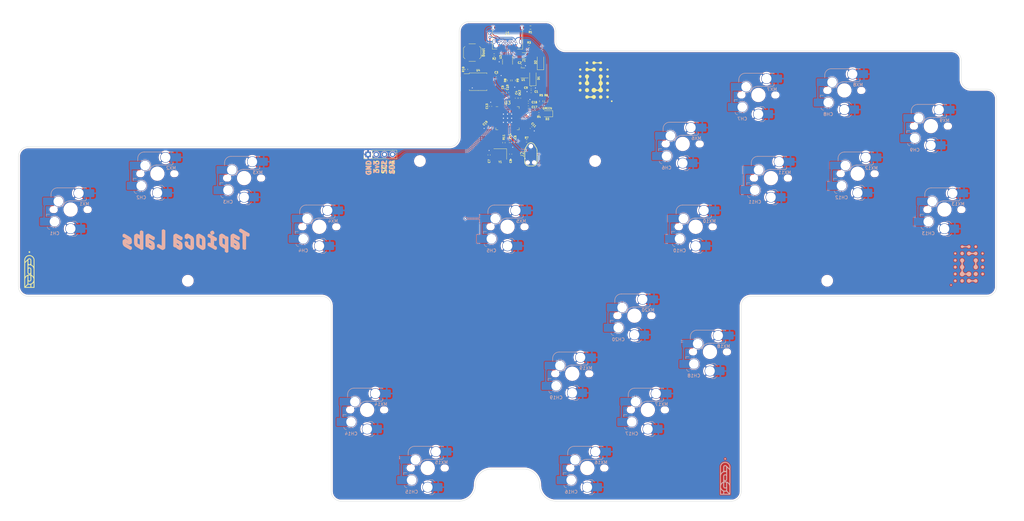
<source format=kicad_pcb>
(kicad_pcb (version 20221018) (generator pcbnew)
  (layers (0 "F.Cu" signal) (31 "B.Cu" signal) (34 "B.Paste" user) (35 "F.Paste" user) (36 "B.SilkS" user "B.Silkscreen") (37 "F.SilkS" user "F.Silkscreen") (38 "B.Mask" user) (39 "F.Mask" user) (44 "Edge.Cuts" user))
  (net 0 "")
  (net 1 "GND")
  (net 2 "+3V3")
  (net 3 "+5V")
  (net 4 "+1V1")
  (net 5 "XTAL_IN")
  (net 6 "/XTAL_O")
  (net 7 "Net-(D1-A)")
  (net 8 "3vCable")
  (net 9 "Net-(D3-A)")
  (net 10 "Net-(F1-Pad1)")
  (net 12 "Net-(J1-CC1)")
  (net 13 "DBUS+")
  (net 14 "DBUS-")
  (net 17 "DATA")
  (net 19 "Net-(J1-CC2)")
  (net 22 "Net-(J1-SHIELD)")
  (net 23 "SWD")
  (net 24 "~{RESET}")
  (net 25 "SWCLK")
  (net 27 "PICO_LED")
  (net 28 "VBUS_SENSE")
  (net 29 "D+")
  (net 30 "/D_+")
  (net 31 "D-")
  (net 32 "/D_-")
  (net 33 "/~{USB_BOOT}")
  (net 34 "CS")
  (net 35 "XTAL_OUT")
  (net 37 "START")
  (net 38 "RIGHT")
  (net 39 "DOWN")
  (net 40 "LEFT")
  (net 41 "L")
  (net 42 "M1")
  (net 43 "M2")
  (net 44 "SCL")
  (net 45 "SDA")
  (net 48 "C_LT")
  (net 49 "A")
  (net 50 "C_DN")
  (net 51 "C_RT")
  (net 52 "C_UP")
  (net 53 "UP")
  (net 54 "MS")
  (net 55 "Z")
  (net 56 "LS")
  (net 57 "X")
  (net 58 "Y")
  (net 59 "B")
  (net 60 "R")
  (net 61 "SD3")
  (net 62 "QSPI_CLK")
  (net 63 "SD0")
  (net 64 "SD2")
  (net 65 "SD1")
  (footprint "Resistor_SMD:R_0603_1608Metric" (layer "F.Cu") (at 184.632125 123.947014 90)
    (fp_text reference "R6")
    (fp_text value "10k")
  )
  (footprint "Capacitor_SMD:C_0402_1005Metric" (layer "F.Cu") (at 166.927125 140.651032 -90)
    (fp_text reference "C7")
    (fp_text value "22pF")
  )
  (footprint "Capacitor_SMD:C_0402_1005Metric" (layer "F.Cu") (at 179.982125 119.767014 180)
    (fp_text reference "C9")
    (fp_text value "10uF")
  )
  (footprint "footprints:TYPE-C_24P_QCHT" (layer "F.Cu") (at 172.640625 99.235925 180)
    (fp_text reference "J1")
    (fp_text value "USB C Connector")
  )
  (footprint "Resistor_SMD:R_0402_1005Metric" (layer "F.Cu") (at 171.499125 136.825264 90)
    (fp_text reference "R11")
    (fp_text value "1k")
  )
  (footprint "Capacitor_SMD:C_0402_1005Metric" (layer "F.Cu") (at 175.055125 136.825264 -90)
    (fp_text reference "C6")
    (fp_text value "100nF")
  )
  (footprint "Diode_SMD:D_SOD-123" (layer "F.Cu") (at 182.892125 111.822014 90)
    (fp_text reference "D2")
    (fp_text value "Schottky Diode")
  )
  (footprint "Capacitor_SMD:C_0402_1005Metric" (layer "F.Cu") (at 179.119125 124.252264)
    (fp_text reference "C16")
    (fp_text value "100nF")
  )
  (footprint "Capacitor_SMD:C_0402_1005Metric" (layer "F.Cu") (at 169.162125 115.982014)
    (fp_text reference "C3")
    (fp_text value "100nF")
  )
  (footprint "MountingHole:MountingHole_3.2mm_M3" (layer "F.Cu") (at 199.86476 142.534758)
    (fp_text reference "H2" hide)
    (fp_text value "MountingHole")
  )
  (footprint "Resistor_SMD:R_0603_1608Metric" (layer "F.Cu") (at 173.072125 117.482014 -90)
    (fp_text reference "R8")
    (fp_text value "27")
  )
  (footprint "Package_TO_SOT_SMD:SOT-23" (layer "F.Cu") (at 177.414625 115.162014 180)
    (fp_text reference "U1")
    (fp_text value "XC6206")
  )
  (footprint "1999:1999 logo md" (layer "F.Cu") (at 23.8125 176.2125)
    (fp_text reference "H7" hide)
    (fp_text value "MountingHole" hide)
  )
  (footprint "MountingHole:MountingHole_3.2mm_M3" (layer "F.Cu") (at 145.41649 142.534758)
    (fp_text reference "H3" hide)
    (fp_text value "MountingHole")
  )
  (footprint "Crystal:Crystal_SMD_3225-4Pin_3.2x2.5mm" (layer "F.Cu") (at 170.356125 140.381264 180)
    (fp_text reference "Y1")
    (fp_text value "12MHz")
  )
  (footprint "Button_Switch_SMD:SW_SPST_SKQG_WithStem" (layer "F.Cu") (at 161.672125 108.842014 -90)
    (fp_text reference "SW1" hide)
    (fp_text value "Boot")
  )
  (footprint "Capacitor_SMD:C_0402_1005Metric" (layer "F.Cu") (at 173.629875 140.397032 90)
    (fp_text reference "C8")
    (fp_text value "22pF")
  )
  (footprint "Capacitor_SMD:C_0402_1005Metric" (layer "F.Cu") (at 173.531125 136.825264 -90)
    (fp_text reference "C14")
    (fp_text value "100nF")
  )
  (footprint "Resistor_SMD:R_0402_1005Metric" (layer "F.Cu") (at 159.912125 114.062014 -90)
    (fp_text reference "R10")
    (fp_text value "1k")
  )
  (footprint "footprints:RP2040-QFN-56" (layer "F.Cu") (at 172.642125 129.237014)
    (fp_text reference "U3")
    (fp_text value "RP2040")
  )
  (footprint "LED_SMD:LED_0805_2012Metric" (layer "F.Cu") (at 185.019625 127.842014 180)
    (fp_text reference "D3")
    (fp_text value "GREEN")
  )
  (footprint "Package_TO_SOT_SMD:SOT-23-6" (layer "F.Cu") (at 172.642125 111.692014 -90)
    (fp_text reference "U2")
    (fp_text value "USBLC6-2SC6")
  )
  (footprint "Resistor_SMD:R_0402_1005Metric" (layer "F.Cu") (at 178.562125 136.272014 180)
    (fp_text reference "R7")
    (fp_text value "10k")
  )
  (footprint "Capacitor_SMD:C_0402_1005Metric" (layer "F.Cu") (at 175.407875 122.998032 90)
    (fp_text reference "C4")
    (fp_text value "1uF")
  )
  (footprint "Capacitor_SMD:C_0402_1005Metric" (layer "F.Cu") (at 172.642125 121.204264 90)
    (fp_text reference "C10")
    (fp_text value "1uF")
  )
  (footprint "qw-logo:qw new logo silk + copper md" (layer "F.Cu") (at 200.025 117.871875)
    (fp_text reference "H5" hide)
    (fp_text value "MountingHole" hide)
  )
  (footprint "Resistor_SMD:R_0603_1608Metric" (layer "F.Cu") (at 174.602125 117.482014 -90)
    (fp_text reference "R9")
    (fp_text value "27")
  )
  (footprint "Capacitor_SMD:C_0402_1005Metric" (layer "F.Cu") (at 179.119125 125.776264)
    (fp_text reference "C17")
    (fp_text value "100nF")
  )
  (footprint "Resistor_SMD:R_0402_1005Metric" (layer "F.Cu") (at 168.492125 109.572014 180)
    (fp_text reference "R2")
    (fp_text value "5.1k")
  )
  (footprint "MountingHole:MountingHole_3.2mm_M3" (layer "F.Cu") (at 272.00256 179.746479)
    (fp_text reference "H1" hide)
    (fp_text value "MountingHole")
  )
  (footprint "Capacitor_SMD:C_0402_1005Metric" (layer "F.Cu") (at 179.982125 120.967014)
    (fp_text reference "C1")
    (fp_text value "1uF")
  )
  (footprint "Resistor_SMD:R_0603_1608Metric" (layer "F.Cu") (at 183.092125 123.947014 -90)
    (fp_text reference "R5")
    (fp_text value "5.6k")
  )
  (footprint "Package_SO:SOIC-8_5.23x5.23mm_P1.27mm" (layer "F.Cu") (at 163.512125 117.892014)
    (fp_text reference "U4")
    (fp_text value "W25Q128JVS")
  )
  (footprint "Diode_SMD:D_SOD-123" (layer "F.Cu") (at 180.512125 116.752014 90)
    (fp_text reference "D1")
    (fp_text value "Schottky Diode")
  )
  (footprint "Capacitor_SMD:C_0402_1005Metric" (layer "F.Cu") (at 176.423875 122.998032 90)
    (fp_text reference "C12")
    (fp_text value "100nF")
  )
  (footprint "Capacitor_SMD:C_0402_1005Metric" (layer "F.Cu") (at 171.118125 121.204264 90)
    (fp_text reference "C5")
    (fp_text value "100nF")
  )
  (footprint "Capacitor_SMD:C_0402_1005Metric" (layer "F.Cu") (at 166.390875 131.380032 -135)
    (fp_text reference "C15")
    (fp_text value "100nF")
  )
  (footprint "Resistor_SMD:R_0402_1005Metric" (layer "F.Cu") (at 179.322125 106.912014)
    (fp_text reference "R3")
    (fp_text value "5.1k")
  )
  (footprint "PCM_marbastlib-various:CON_TC2030_outlined" (layer "F.Cu") (at 179.912125 140.462014 -90)
    (fp_text reference "J2")
    (fp_text value "JTAG_TC2030")
  )
  (footprint "Resistor_SMD:R_0603_1608Metric" (layer "F.Cu") (at 179.757125 101.062014 180)
    (fp_text reference "R1")
    (fp_text value "1M")
  )
  (footprint "Fuse:Fuse_1206_3216Metric" (layer "F.Cu") (at 177.772125 109.802014)
    (fp_text reference "F1")
    (fp_text value "500 mA")
  )
  (footprint "Resistor_SMD:R_0402_1005Metric" (layer "F.Cu") (at 182.392125 127.852014)
    (fp_text reference "R4")
    (fp_text value "10k")
  )
  (footprint "MountingHole:MountingHole_3.2mm_M3" (layer "F.Cu") (at 73.27869 179.746479)
    (fp_text reference "H4" hide)
    (fp_text value "MountingHole")
  )
  (footprint "Connector_PinHeader_2.54mm:PinHeader_1x04_P2.54mm_Vertical" (layer "F.Cu") (at 129.301875 140.49375 90)
    (fp_text reference "J3" hide)
    (fp_text value "Conn_01x04" hide)
  )
  (footprint "Capacitor_SMD:C_0402_1005Metric" (layer "F.Cu") (at 179.948125 132.157907 -45)
    (fp_text reference "C11")
    (fp_text value "100nF")
  )
  (footprint "Capacitor_SMD:C_0402_1005Metric" (layer "F.Cu") (at 176.962125 112.922014 180)
    (fp_text reference "C2")
    (fp_text value "1uF")
  )
  (footprint "Capacitor_SMD:C_0402_1005Metric" (layer "F.Cu") (at 167.406875 125.538032 90)
    (fp_text reference "C13")
    (fp_text value "100nF")
  )
  (footprint "PCM_marbastlib-mx:SW_MX_HS_CPG151101S11_1u" (layer "B.Cu") (at 235.56388 201.861897 180)
    (fp_text reference "MX18")
    (fp_text value "MX_SW_HS")
  )
  (footprint "PCM_marbastlib-choc:SW_choc_v1_HS_CPG135001S30_1u" (layer "B.Cu") (at 304.231484 131.691852 180)
    (fp_text reference "CH9")
    (fp_text value "choc_v1_SW_HS")
  )
  (footprint "PCM_marbastlib-mx:SW_MX_HS_CPG151101S11_1u" (layer "B.Cu") (at 254.510858 147.845419 180)
    (fp_text reference "MX11")
    (fp_text value "MX_SW_HS")
  )
  (footprint "PCM_marbastlib-mx:SW_MX_HS_CPG151101S11_1u" (layer "B.Cu") (at 114.148024 162.967751 180)
    (fp_text reference "MX4")
    (fp_text value "MX_SW_HS")
  )
  (footprint "PCM_marbastlib-choc:SW_choc_v1_HS_CPG135001S30_1u" (layer "B.Cu") (at 129.015949 219.88486 180)
    (fp_text reference "CH14")
    (fp_text value "choc_v1_SW_HS")
  )
  (footprint "qw-logo:qw new logo silk + copper md" (layer "B.Cu") (at 315.515625 175.021875 180)
    (fp_text reference "H6" hide)
    (fp_text value "MountingHole" hide)
  )
  (footprint "PCM_marbastlib-choc:SW_choc_v1_HS_CPG135001S30_1u" (layer "B.Cu") (at 172.640625 162.971875 180)
    (fp_text reference "CH5")
    (fp_text value "choc_v1_SW_HS")
  )
  (footprint "PCM_marbastlib-mx:SW_MX_HS_CPG151101S11_1u" (layer "B.Cu") (at 227.089045 137.22861 180)
    (fp_text reference "MX6")
    (fp_text value "MX_SW_HS")
  )
  (footprint "PCM_marbastlib-choc:SW_choc_v1_HS_CPG135001S30_1u" (layer "B.Cu") (at 227.089045 137.22861 180)
    (fp_text reference "CH6")
    (fp_text value "choc_v1_SW_HS")
  )
  (footprint "PCM_marbastlib-mx:SW_MX_HS_CPG151101S11_1u" (layer "B.Cu") (at 231.133226 162.971875 180)
    (fp_text reference "MX10")
    (fp_text value "MX_SW_HS")
  )
  (footprint "PCM_marbastlib-mx:SW_MX_HS_CPG151101S11_1u" (layer "B.Cu") (at 216.265301 219.888983 180)
    (fp_text reference "MX17")
    (fp_text value "MX_SW_HS")
  )
  (footprint "PCM_marbastlib-choc:SW_choc_v1_HS_CPG135001S30_1u" (layer "B.Cu") (at 281.476049 146.47998 180)
    (fp_text reference "CH12")
    (fp_text value "choc_v1_SW_HS")
  )
  (footprint "PCM_marbastlib-mx:SW_MX_HS_CPG151101S11_1u" (layer "B.Cu") (at 212.080834 190.606846 180)
    (fp_text reference "MX20")
    (fp_text value "MX_SW_HS")
  )
  (footprint "1999:1999 logo md" (layer "B.Cu") (at 240.50625 240.50625 180)
    (fp_text reference "H8" hide)
    (fp_text value "MountingHole" hide)
  )
  (footprint "LOGO" (layer "B.Cu") (at 72.628125 166.6875 180)
    (fp_text reference "G***" hide)
    (fp_text value "LOGO" hide)
  )
  (footprint "PCM_marbastlib-choc:SW_choc_v1_HS_CPG135001S30_1u" (layer "B.Cu") (at 147.840929 237.9628 180)
    (fp_text reference "CH15")
    (fp_text value "choc_v1_SW_HS")
  )
  (footprint "PCM_marbastlib-choc:SW_choc_v1_HS_CPG135001S30_1u" (layer "B.Cu") (at 231.133226 162.971875 180)
    (fp_text reference "CH10")
    (fp_text value "choc_v1_SW_HS")
  )
  (footprint "PCM_marbastlib-choc:SW_choc_v1_HS_CPG135001S30_1u" (layer "B.Cu") (at 254.510858 147.845419 180)
    (fp_text reference "CH11")
    (fp_text value "choc_v1_SW_HS")
  )
  (footprint "PCM_marbastlib-mx:SW_MX_HS_CPG151101S11_1u" (layer "B.Cu") (at 308.441239 157.631062 180)
    (fp_text reference "MX13")
    (fp_text value "MX_SW_HS")
  )
  (footprint "PCM_marbastlib-mx:SW_MX_HS_CPG151101S11_1u" (layer "B.Cu") (at 304.231484 131.691852 180)
    (fp_text reference "MX9")
    (fp_text value "MX_SW_HS")
  )
  (footprint "PCM_marbastlib-choc:SW_choc_v1_HS_CPG135001S30_1u" (layer "B.Cu") (at 277.338697 120.595312 180)
    (fp_text reference "CH8")
    (fp_text value "choc_v1_SW_HS")
  )
  (footprint "PCM_marbastlib-choc:SW_choc_v1_HS_CPG135001S30_1u" (layer "B.Cu") (at 192.761359 208.659605 180)
    (fp_text reference "CH19")
    (fp_text value "choc_v1_SW_HS")
  )
  (footprint "PCM_marbastlib-mx:SW_MX_HS_CPG151101S11_1u" (layer "B.Cu") (at 36.840011 157.626938 180)
    (fp_text reference "MX1")
    (fp_text value "MX_SW_HS")
  )
  (footprint "PCM_marbastlib-choc:SW_choc_v1_HS_CPG135001S30_1u" (layer "B.Cu") (at 235.56388 201.861897 180)
    (fp_text reference "CH18")
    (fp_text value "choc_v1_SW_HS")
  )
  (footprint "PCM_marbastlib-choc:SW_choc_v1_HS_CPG135001S30_1u" (layer "B.Cu") (at 114.148024 162.967751 180)
    (fp_text reference "CH4")
    (fp_text value "choc_v1_SW_HS")
  )
  (footprint "PCM_marbastlib-mx:SW_MX_HS_CPG151101S11_1u" (layer "B.Cu") (at 281.476049 146.47998 180)
    (fp_text reference "MX12")
    (fp_text value "MX_SW_HS")
  )
  (footprint "PCM_marbastlib-mx:SW_MX_HS_CPG151101S11_1u" (layer "B.Cu") (at 197.440321 237.966923 180)
    (fp_text reference "MX16")
    (fp_text value "MX_SW_HS")
  )
  (footprint "PCM_marbastlib-choc:SW_choc_v1_HS_CPG135001S30_1u" (layer "B.Cu") (at 308.441239 157.631062 180)
    (fp_text reference "CH13")
    (fp_text value "choc_v1_SW_HS")
  )
  (footprint "PCM_marbastlib-choc:SW_choc_v1_HS_CPG135001S30_1u" (layer "B.Cu") (at 36.840011 157.626938 180)
    (fp_text reference "CH1")
    (fp_text value "choc_v1_SW_HS")
  )
  (footprint "PCM_marbastlib-choc:SW_choc_v1_HS_CPG135001S30_1u" (layer "B.Cu") (at 197.440321 237.966923 180)
    (fp_text reference "CH16")
    (fp_text value "choc_v1_SW_HS")
  )
  (footprint "PCM_marbastlib-choc:SW_choc_v1_HS_CPG135001S30_1u" (layer "B.Cu") (at 63.805201 146.475856 180)
    (fp_text reference "CH2")
    (fp_text value "choc_v1_SW_HS")
  )
  (footprint "PCM_marbastlib-mx:SW_MX_HS_CPG151101S11_1u" (layer "B.Cu") (at 90.770392 147.841295 180)
    (fp_text reference "MX3")
    (fp_text value "MX_SW_HS")
  )
  (footprint "PCM_marbastlib-mx:SW_MX_HS_CPG151101S11_1u" (layer "B.Cu") (at 172.640625 162.971875 180)
    (fp_text reference "MX5")
    (fp_text value "MX_SW_HS")
  )
  (footprint "PCM_marbastlib-choc:SW_choc_v1_HS_CPG135001S30_1u" (layer "B.Cu") (at 212.080834 190.606846 180)
    (fp_text reference "CH20")
    (fp_text value "choc_v1_SW_HS")
  )
  (footprint "PCM_marbastlib-choc:SW_choc_v1_HS_CPG135001S30_1u" (layer "B.Cu") (at 90.770392 147.841295 180)
    (fp_text reference "CH3")
    (fp_text value "choc_v1_SW_HS")
  )
  (footprint "PCM_marbastlib-choc:SW_choc_v1_HS_CPG135001S30_1u" (layer "B.Cu") (at 216.265301 219.888983 180)
    (fp_text reference "CH17")
    (fp_text value "choc_v1_SW_HS")
  )
  (footprint "PCM_marbastlib-mx:SW_MX_HS_CPG151101S11_1u" (layer "B.Cu") (at 63.805201 146.475856 180)
    (fp_text reference "MX2")
    (fp_text value "MX_SW_HS")
  )
  (footprint "PCM_marbastlib-mx:SW_MX_HS_CPG151101S11_1u" (layer "B.Cu") (at 277.338697 120.595312 180)
    (fp_text reference "MX8")
    (fp_text value "MX_SW_HS")
  )
  (footprint "PCM_marbastlib-mx:SW_MX_HS_CPG151101S11_1u" (layer "B.Cu") (at 192.761359 208.659605 180)
    (fp_text reference "MX19")
    (fp_text value "MX_SW_HS")
  )
  (footprint "PCM_marbastlib-mx:SW_MX_HS_CPG151101S11_1u" (layer "B.Cu") (at 129.015949 219.88486 180)
    (fp_text reference "MX14")
    (fp_text value "MX_SW_HS")
  )
  (footprint "PCM_marbastlib-mx:SW_MX_HS_CPG151101S11_1u" (layer "B.Cu") (at 250.621452 122.010911 180)
    (fp_text reference "MX7")
    (fp_text value "MX_SW_HS")
  )
  (footprint "PCM_marbastlib-mx:SW_MX_HS_CPG151101S11_1u" (layer "B.Cu") (at 147.840929 237.9628 180)
    (fp_text reference "MX15")
    (fp_text value "MX_SW_HS")
  )
  (footprint "PCM_marbastlib-choc:SW_choc_v1_HS_CPG135001S30_1u" (layer "B.Cu") (at 250.621452 122.010911 180)
    (fp_text reference "CH7")
    (fp_text value "choc_v1_SW_HS")
  )
  (gr_arc (start 245.26875 245.235859) (mid 244.390088 247.357224) (end 242.26875 248.235859) (stroke (width 0.1)) (layer "Edge.Cuts"))
  (gr_line (start 324.640625 123.235925) (end 324.640625 181.546875) (stroke (width 0.1)) (layer "Edge.Cuts"))
  (gr_arc (start 321.640625 120.235925) (mid 323.761945 121.114605) (end 324.640625 123.235925) (stroke (width 0.1)) (layer "Edge.Cuts"))
  (gr_line (start 154.640625 138.1125) (end 23.640625 138.1125) (stroke (width 0.1)) (layer "Edge.Cuts"))
  (gr_line (start 245.26875 187.546875) (end 245.26875 245.235859) (stroke (width 0.1)) (layer "Edge.Cuts"))
  (gr_line (start 117.871875 245.235859) (end 117.871875 187.546875) (stroke (width 0.1)) (layer "Edge.Cuts"))
  (gr_line (start 157.640625 248.235859) (end 120.871875 248.235859) (stroke (width 0.1)) (layer "Edge.Cuts"))
  (gr_arc (start 120.871875 248.235859) (mid 118.750555 247.357179) (end 117.871875 245.235859) (stroke (width 0.1)) (layer "Edge.Cuts"))
  (gr_arc (start 324.640625 181.546875) (mid 323.761956 183.66822) (end 321.640625 184.546875) (stroke (width 0.1)) (layer "Edge.Cuts"))
  (gr_line (start 316.640625 120.235925) (end 321.640625 120.235925) (stroke (width 0.1)) (layer "Edge.Cuts"))
  (gr_arc (start 190.640625 108.235925) (mid 188.519305 107.357245) (end 187.640625 105.235925) (stroke (width 0.1)) (layer "Edge.Cuts"))
  (gr_arc (start 316.640625 120.235925) (mid 314.519305 119.357245) (end 313.640625 117.235925) (stroke (width 0.1)) (layer "Edge.Cuts"))
  (gr_line (start 20.640625 141.1125) (end 20.640625 181.546875) (stroke (width 0.1)) (layer "Edge.Cuts"))
  (gr_arc (start 177.640625 238.235859) (mid 181.176159 239.700325) (end 182.640625 243.235859) (stroke (width 0.1)) (layer "Edge.Cuts"))
  (gr_line (start 182.640625 243.235859) (end 182.640625 243.235859) (stroke (width 0.1)) (layer "Edge.Cuts"))
  (gr_arc (start 20.640625 141.1125) (mid 21.519305 138.99118) (end 23.640625 138.1125) (stroke (width 0.1)) (layer "Edge.Cuts"))
  (gr_arc (start 162.640625 243.235859) (mid 164.105107 239.70036) (end 167.640625 238.235859) (stroke (width 0.1)) (layer "Edge.Cuts"))
  (gr_line (start 321.640625 184.546875) (end 248.26875 184.546875) (stroke (width 0.1)) (layer "Edge.Cuts"))
  (gr_arc (start 245.26875 187.546875) (mid 246.147435 185.425553) (end 248.26875 184.546875) (stroke (width 0.1)) (layer "Edge.Cuts"))
  (gr_line (start 313.640625 111.235925) (end 313.640625 117.235925) (stroke (width 0.1)) (layer "Edge.Cuts"))
  (gr_line (start 160.640625 99.235925) (end 184.640625 99.235925) (stroke (width 0.1)) (layer "Edge.Cuts"))
  (gr_arc (start 310.640625 108.235925) (mid 312.76192 109.114615) (end 313.640625 111.235925) (stroke (width 0.1)) (layer "Edge.Cuts"))
  (gr_line (start 162.640625 243.235859) (end 162.640625 243.235859) (stroke (width 0.1)) (layer "Edge.Cuts"))
  (gr_arc (start 157.640625 135.1125) (mid 156.761945 137.23382) (end 154.640625 138.1125) (stroke (width 0.1)) (layer "Edge.Cuts"))
  (gr_arc (start 157.640625 102.235925) (mid 158.519305 100.114605) (end 160.640625 99.235925) (stroke (width 0.1)) (layer "Edge.Cuts"))
  (gr_arc (start 162.640625 243.235859) (mid 161.176175 246.771428) (end 157.640625 248.235859) (stroke (width 0.1)) (layer "Edge.Cuts"))
  (gr_arc (start 187.640625 248.235859) (mid 184.105091 246.771393) (end 182.640625 243.235859) (stroke (width 0.1)) (layer "Edge.Cuts"))
  (gr_line (start 187.640625 248.235859) (end 242.26875 248.235859) (stroke (width 0.1)) (layer "Edge.Cuts"))
  (gr_arc (start 23.640625 184.546875) (mid 21.519305 183.668195) (end 20.640625 181.546875) (stroke (width 0.1)) (layer "Edge.Cuts"))
  (gr_line (start 187.640625 105.235925) (end 187.640625 102.235925) (stroke (width 0.1)) (layer "Edge.Cuts"))
  (gr_line (start 310.640625 108.235925) (end 190.640625 108.235925) (stroke (width 0.1)) (layer "Edge.Cuts"))
  (gr_line (start 23.640625 184.546875) (end 114.871875 184.546875) (stroke (width 0.1)) (layer "Edge.Cuts"))
  (gr_line (start 167.640625 238.235859) (end 177.640625 238.235859) (stroke (width 0.1)) (layer "Edge.Cuts"))
  (gr_arc (start 114.871875 184.546875) (mid 116.993195 185.425555) (end 117.871875 187.546875) (stroke (width 0.1)) (layer "Edge.Cuts"))
  (gr_line (start 157.640625 135.1125) (end 157.640625 102.235925) (stroke (width 0.1)) (layer "Edge.Cuts"))
  (gr_arc (start 184.640625 99.235925) (mid 186.761945 100.114605) (end 187.640625 102.235925) (stroke (width 0.1)) (layer "Edge.Cuts"))
  (gr_text "GND\n3v3\nSCL\nSDA" (at 137.611364 142.111042 90) (layer "B.SilkS") (effects (font (size 1.5 1.5) (thickness 0.375) bold) (justify left bottom mirror)))
  (gr_text "GND\n3v3\nSCL\nSDA" (at 137.650682 142.087505 90) (layer "F.SilkS") (effects (font (size 1.5 1.5) (thickness 0.375) bold) (justify right bottom)))
  (segment (start 172.642125 110.554514) (end 172.642125 111.045383) (width 0.2) (layer "F.Cu") (net 1))
  (segment (start 180.964125 133.173907) (end 180.287536 132.497318) (width 0.2) (layer "F.Cu") (net 1))
  (segment (start 171.642125 132.674514) (end 171.642125 133.395543) (width 0.2) (layer "F.Cu") (net 1))
  (segment (start 172.025494 111.662014) (end 170.092125 111.662014) (width 0.2) (layer "F.Cu") (net 1))
  (segment (start 179.502125 119.767014) (end 179.502125 120.967014) (width 0.5) (layer "F.Cu") (net 1))
  (segment (start 173.629875 140.877032) (end 173.629875 141.921032) (width 0.381) (layer "F.Cu") (net 1))
  (segment (start 173.629875 140.877032) (end 171.810357 140.877032) (width 0.381) (layer "F.Cu") (net 1))
  (segment (start 166.051464 131.719443) (end 165.374875 132.396032) (width 0.381) (layer "F.Cu") (net 1))
  (segment (start 167.406875 125.058032) (end 167.406875 124.268032) (width 0.381) (layer "F.Cu") (net 1))
  (segment (start 175.390625 106.102014) (end 175.440625 106.052014) (width 0.2) (layer "F.Cu") (net 1))
  (segment (start 170.092125 111.662014) (end 170.062125 111.692014) (width 0.2) (layer "F.Cu") (net 1))
  (segment (start 166.927125 139.254032) (end 166.927125 140.171032) (width 0.381) (layer "F.Cu") (net 1))
  (segment (start 171.334028 134.139355) (end 167.42755 138.045833) (width 0.2) (layer "F.Cu") (net 1))
  (segment (start 159.949625 119.792014) (end 161.674625 119.792014) (width 0.5) (layer "F.Cu") (net 1))
  (segment (start 179.599125 124.252264) (end 179.599125 125.776264) (width 0.381) (layer "F.Cu") (net 1))
  (segment (start 169.642125 115.982014) (end 170.652125 115.982014) (width 0.5) (layer "F.Cu") (net 1))
  (segment (start 179.502125 120.967014) (end 178.722125 120.967014) (width 0.5) (layer "F.Cu") (net 1))
  (segment (start 169.890625 106.102014) (end 169.840625 106.052014) (width 0.2) (layer "F.Cu") (net 1))
  (segment (start 169.890625 107.262014) (end 169.890625 106.102014) (width 0.2) (layer "F.Cu") (net 1))
  (segment (start 175.390625 107.262014) (end 175.390625 106.102014) (width 0.2) (layer "F.Cu") (net 1))
  (segment (start 176.423875 122.518032) (end 176.423875 121.601032) (width 0.2) (layer "F.Cu") (net 1))
  (segment (start 178.722125 120.967014) (end 178.712125 120.977014) (width 0.5) (layer "F.Cu") (net 1))
  (segment (start 179.598875 123.412014) (end 179.598875 124.252014) (width 0.381) (layer "F.Cu") (net 1))
  (segment (start 179.277125 141.732014) (end 178.074864 141.732014) (width 0.25) (layer "F.Cu") (net 1))
  (segment (start 171.118125 120.724264) (end 172.642125 120.724264) (width 0.5) (layer "F.Cu") (net 1))
  (segment (start 171.209147 141.231264) (end 169.509147 139.531264) (width 0.254) (layer "F.Cu") (net 1))
  (segment (start 178.222125 112.922014) (end 178.232125 112.912014) (width 0.5) (layer "F.Cu") (net 1))
  (segment (start 177.442125 112.922014) (end 178.222125 112.922014) (width 0.5) (layer "F.Cu") (net 1))
  (via (at 165.374875 132.396032) (size 0.6) (drill 0.3) (layers "F.Cu" "B.Cu") (net 1))
  (via (at 172.963125 119.584907) (size 0.6) (drill 0.3) (layers "F.Cu" "B.Cu") (net 1))
  (via (at 174.868125 119.584907) (size 0.6) (drill 0.3) (layers "F.Cu" "B.Cu") (net 1))
  (via (at 174.264875 138.238032) (size 0.6) (drill 0.3) (layers "F.Cu" "B.Cu") (net 1))
  (via (at 170.662125 115.972014) (size 0.6) (drill 0.3) (layers "F.Cu" "B.Cu") (net 1))
  (via (at 179.598875 123.412014) (size 0.6) (drill 0.3) (layers "F.Cu" "B.Cu") (net 1))
  (via (at 171.851875 120.077032) (size 0.6) (drill 0.3) (layers "F.Cu" "B.Cu") (net 1))
  (via (at 170.062125 111.692014) (size 0.6) (drill 0.3) (layers "F.Cu" "B.Cu") (net 1))
  (via (at 176.423875 121.601032) (size 0.6) (drill 0.3) (layers "F.Cu" "B.Cu") (net 1))
  (via (at 167.406875 124.268032) (size 0.6) (drill 0.3) (layers "F.Cu" "B.Cu") (net 1))
  (via (at 181.322125 119.817014) (size 0.6) (drill 0.3) (layers "F.Cu" "B.Cu") (net 1))
  (via (at 180.964125 133.173907) (size 0.6) (drill 0.3) (layers "F.Cu" "B.Cu") (net 1))
  (via (at 178.074864 141.732014) (size 0.6) (drill 0.3) (layers "F.Cu" "B.Cu") (net 1))
  (via (at 178.712125 120.977014) (size 0.6) (drill 0.3) (layers "F.Cu" "B.Cu") (net 1))
  (via (at 173.629875 141.921032) (size 0.6) (drill 0.3) (layers "F.Cu" "B.Cu") (net 1))
  (via (at 166.927125 139.254032) (size 0.6) (drill 0.3) (layers "F.Cu" "B.Cu") (net 1))
  (via (at 178.232125 112.912014) (size 0.6) (drill 0.3) (layers "F.Cu" "B.Cu") (net 1))
  (via (at 161.689625 119.807014) (size 0.6) (drill 0.3) (layers "F.Cu" "B.Cu") (net 1))
  (arc (start 166.927125 139.254032) (mid 167.057181 138.60013) (end 167.42755 138.045833) (width 0.2) (layer "F.Cu") (net 1))
  (arc (start 171.642125 133.395543) (mid 171.562053 133.798091) (end 171.334028 134.139355) (width 0.2) (layer "F.Cu") (net 1))
  (arc (start 172.025494 111.662014) (mid 172.461518 111.481407) (end 172.642125 111.045383) (width 0.2) (layer "F.Cu") (net 1))
  (segment (start 173.917125 129.237014) (end 171.367125 129.237014) (width 0.635) (layer "B.Cu") (net 1))
  (segment (start 171.367125 130.512014) (end 171.667125 130.212014) (width 0.635) (layer "B.Cu") (net 1))
  (segment (start 173.617125 130.212014) (end 173.917125 130.512014) (width 0.635) (layer "B.Cu") (net 1))
  (segment (start 172.642125 127.962014) (end 172.642125 130.512014) (width 0.635) (layer "B.Cu") (net 1))
  (segment (start 173.917125 127.962014) (end 171.367125 127.962014) (width 0.635) (layer "B.Cu") (net 1))
  (segment (start 173.917125 130.512014) (end 173.917125 127.962014) (width 0.635) (layer "B.Cu") (net 1))
  (segment (start 171.667125 130.212014) (end 173.617125 130.212014) (width 0.635) (layer "B.Cu") (net 1))
  (segment (start 171.367125 130.512014) (end 171.367125 127.962014) (width 0.635) (layer "B.Cu") (net 1))
  (segment (start 176.079625 126.637014) (end 177.069161 126.637014) (width 0.2) (layer "F.Cu") (net 2))
  (segment (start 180.512125 118.402014) (end 180.512125 120.917014) (width 0.5) (layer "F.Cu") (net 2))
  (segment (start 173.020275 122.769432) (end 173.020275 124.884414) (width 0.2) (layer "F.Cu") (net 2))
  (segment (start 178.84466 122.818586) (end 180.462125 121.201121) (width 0.5) (layer "F.Cu") (net 2))
  (segment (start 167.362393 130.436514) (end 166.771875 131.027032) (width 0.381) (layer "F.Cu") (net 2))
  (segment (start 173.242125 125.799514) (end 173.242125 126.393264) (width 0.2) (layer "F.Cu") (net 2))
  (segment (start 170.371893 126.637014) (end 170.454875 126.554032) (width 0.2) (layer "F.Cu") (net 2))
  (segment (start 175.535018 124.366889) (end 176.423875 123.478032) (width 0.2) (layer "F.Cu") (net 2))
  (segment (start 180.462125 121.201121) (end 180.462125 120.967014) (width 0.5) (layer "F.Cu") (net 2))
  (segment (start 169.204625 126.637014) (end 168.440071 126.637014) (width 0.2) (layer "F.Cu") (net 2))
  (segment (start 172.867875 122.205014) (end 172.642125 121.979264) (width 0.2) (layer "F.Cu") (net 2))
  (segment (start 172.994875 135.444032) (end 173.531125 135.980282) (width 0.5) (layer "F.Cu") (net 2))
  (segment (start 173.124967 124.989106) (end 173.023125 124.887264) (width 0.2) (layer "F.Cu") (net 2))
  (segment (start 172.842125 132.674514) (end 172.842125 131.945264) (width 0.2) (layer "F.Cu") (net 2))
  (segment (start 172.842125 125.799514) (end 172.842125 126.655282) (width 0.2) (layer "F.Cu") (net 2))
  (segment (start 175.210375 126.637014) (end 175.182125 126.665264) (width 0.2) (layer "F.Cu") (net 2))
  (segment (start 176.079625 126.637014) (end 175.210375 126.637014) (width 0.2) (layer "F.Cu") (net 2))
  (segment (start 181.756472 117.324275) (end 180.678733 118.402014) (width 0.5) (layer "F.Cu") (net 2))
  (segment (start 175.242125 125.799514) (end 175.242125 126.598264) (width 0.2) (layer "F.Cu") (net 2))
  (segment (start 172.867875 122.617032) (end 173.020275 122.769432) (width 0.2) (layer "F.Cu") (net 2))
  (segment (start 178.28125 130.491032) (end 179.608714 131.818496) (width 0.381) (layer "F.Cu") (net 2))
  (segment (start 169.959375 130.237014) (end 169.975125 130.221264) (width 0.2) (layer "F.Cu") (net 2))
  (segment (start 172.842125 126.655282) (end 172.867875 126.681032) (width 0.2) (layer "F.Cu") (net 2))
  (segment (start 177.776268 126.344121) (end 178.344125 125.776264) (width 0.2) (layer "F.Cu") (net 2))
  (segment (start 168.682125 117.012014) (end 168.682125 115.982014) (width 0.5) (layer "F.Cu") (net 2))
  (segment (start 174.842125 126.325264) (end 174.842125 125.799514) (width 0.2) (layer "F.Cu") (net 2))
  (segment (start 176.079625 130.237014) (end 175.207125 130.237014) (width 0.2) (layer "F.Cu") (net 2))
  (segment (start 172.867875 122.617032) (end 172.867875 122.205014) (width 0.2) (layer "F.Cu") (net 2))
  (segment (start 173.242125 125.799514) (end 173.242125 125.271949) (width 0.2) (layer "F.Cu") (net 2))
  (segment (start 173.023125 124.887264) (end 172.959282 124.951107) (width 0.2) (layer "F.Cu") (net 2))
  (segment (start 176.423875 123.478032) (end 177.252616 123.478032) (width 0.5) (layer "F.Cu") (net 2))
  (segment (start 178.344125 125.776264) (end 178.639125 125.776264) (width 0.381) (layer "F.Cu") (net 2))
  (segment (start 182.892125 113.472014) (end 182.892125 114.372699) (width 0.5) (layer "F.Cu") (net 2))
  (segment (start 169.204625 126.637014) (end 170.371893 126.637014) (width 0.2) (layer "F.Cu") (net 2))
  (segment (start 175.242125 125.799514) (end 175.242125 125.073996) (width 0.2) (layer "F.Cu") (net 2))
  (segment (start 178.639125 124.252264) (end 178.639125 125.776264) (width 0.381) (layer "F.Cu") (net 2))
  (segment (start 176.079625 130.237014) (end 177.668013 130.237014) (width 0.2) (layer "F.Cu") (net 2))
  (segment (start 169.204625 130.237014) (end 169.959375 130.237014) (width 0.2) (layer "F.Cu") (net 2))
  (segment (start 172.842125 125.233949) (end 172.842125 125.799514) (width 0.2) (layer "F.Cu") (net 2))
  (segment (start 168.682125 115.982014) (end 167.137125 115.982014) (width 0.5) (layer "F.Cu") (net 2))
  (segment (start 178.822125 138.093547) (end 178.822125 136.875476) (width 0.5) (layer "F.Cu") (net 2))
  (segment (start 180.512125 120.917014) (end 180.462125 120.967014) (width 0.5) (layer "F.Cu") (net 2))
  (segment (start 174.842125 125.799514) (end 175.242125 125.399514) (width 0.2) (layer "F.Cu") (net 2))
  (segment (start 172.842125 135.291282) (end 172.842125 132.674514) (width 0.2) (layer "F.Cu") (net 2))
  (segment (start 173.020275 124.884414) (end 173.023125 124.887264) (width 0.2) (layer "F.Cu") (net 2))
  (segment (start 173.531125 135.980282) (end 173.531125 136.345264) (width 0.5) (layer "F.Cu") (net 2))
  (segment (start 169.204625 130.237014) (end 167.843882 130.237014) (width 0.2) (layer "F.Cu") (net 2))
  (segment (start 175.242125 126.598264) (end 175.309125 126.665264) (width 0.2) (layer "F.Cu") (net 2))
  (segment (start 172.994875 135.444032) (end 172.842125 135.291282) (width 0.2) (layer "F.Cu") (net 2))
  (segment (start 180.678733 118.402014) (end 180.512125 118.402014) (width 0.5) (layer "F.Cu") (net 2))
  (segment (start 178.474864 139.212014) (end 179.257125 139.212014) (width 0.5) (layer "F.Cu") (net 2))
  (segment (start 175.182125 126.665264) (end 174.842125 126.325264) (width 0.2) (layer "F.Cu") (net 2))
  (segment (start 167.732964 126.344121) (end 167.406875 126.018032) (width 0.2) (layer "F.Cu") (net 2))
  (via (at 172.994875 135.444032) (size 0.6) (drill 0.3) (layers "F.Cu" "B.Cu") (net 2))
  (via (at 172.867875 122.617032) (size 0.6) (drill 0.3) (layers "F.Cu" "B.Cu") (net 2))
  (via (at 178.474864 139.212014) (size 0.6) (drill 0.3) (layers "F.Cu" "B.Cu") (net 2))
  (via (at 168.682125 117.012014) (size 0.6) (drill 0.3) (layers "F.Cu" "B.Cu") (net 2))
  (arc (start 167.732964 126.344121) (mid 168.057387 126.560894) (end 168.440071 126.637014) (width 0.2) (layer "F.Cu") (net 2))
  (arc (start 173.242125 125.271949) (mid 173.211677 125.118875) (end 173.124967 124.989106) (width 0.2) (layer "F.Cu") (net 2))
  (arc (start 178.822125 138.093547) (mid 178.940376 138.688033) (end 179.277125 139.192014) (width 0.5) (layer "F.Cu") (net 2))
  (arc (start 167.362393 130.436514) (mid 167.583359 130.288834) (end 167.843882 130.237014) (width 0.2) (layer "F.Cu") (net 2))
  (arc (start 175.535018 124.366889) (mid 175.318245 124.691312) (end 175.242125 125.073996) (width 0.2) (layer "F.Cu") (net 2))
  (arc (start 179.072125 136.272014) (mid 178.887082 136.548919) (end 178.822125 136.875476) (width 0.5) (layer "F.Cu") (net 2))
  (arc (start 172.842125 125.233949) (mid 172.872573 125.080876) (end 172.959282 124.951107) (width 0.2) (layer "F.Cu") (net 2))
  (arc (start 182.892125 114.372699) (mid 182.597819 115.953438) (end 181.756472 117.324275) (width 0.5) (layer "F.Cu") (net 2))
  (arc (start 177.069161 126.637014) (mid 177.451844 126.560894) (end 177.776268 126.344121) (width 0.2) (layer "F.Cu") (net 2))
  (arc (start 178.28125 130.491032) (mid 177.999887 130.303027) (end 177.668013 130.237014) (width 0.2) (layer "F.Cu") (net 2))
  (arc (start 178.84466 122.818586) (mid 178.114224 123.306648) (end 177.252616 123.478032) (width 0.5) (layer "F.Cu") (net 2))
  (segment (start 172.994875 135.444032) (end 176.469964 138.919121) (width 0.5) (layer "B.Cu") (net 2))
  (segment (start 177.177071 139.212014) (end 178.474864 139.212014) (width 0.5) (layer "B.Cu") (net 2))
  (segment (start 169.685695 119.434852) (end 172.867875 122.617032) (width 0.5) (layer "B.Cu") (net 2))
  (arc (start 176.469964 138.919121) (mid 176.794387 139.135894) (end 177.177071 139.212014) (width 0.5) (layer "B.Cu") (net 2))
  (arc (start 168.682125 117.012014) (mid 168.942944 118.323246) (end 169.685695 119.434852) (width 0.5) (layer "B.Cu") (net 2))
  (segment (start 179.172125 109.802014) (end 179.172125 110.672014) (width 0.5) (layer "F.Cu") (net 3))
  (segment (start 176.477125 112.672014) (end 176.477125 115.162014) (width 0.5) (layer "F.Cu") (net 3))
  (segment (start 173.12781 111.662014) (end 177.467125 111.662014) (width 0.2) (layer "F.Cu") (net 3))
  (segment (start 183.864917 120.559222) (end 183.619333 120.804806) (width 0.5) (layer "F.Cu") (net 3))
  (segment (start 183.092125 122.077598) (end 183.092125 123.122014) (width 0.5) (layer "F.Cu") (net 3))
  (segment (start 184.392125 112.672014) (end 184.392125 119.28643) (width 0.5) (layer "F.Cu") (net 3))
  (segment (start 177.802125 111.672014) (end 177.477125 111.672014) (width 0.5) (layer "F.Cu") (net 3))
  (segment (start 178.172125 111.672014) (end 177.802125 111.672014) (width 0.5) (layer "F.Cu") (net 3))
  (segment (start 177.802125 111.672014) (end 183.392125 111.672014) (width 0.5) (layer "F.Cu") (net 3))
  (segment (start 172.642125 112.268838) (end 172.642125 112.362014) (width 0.2) (layer "F.Cu") (net 3))
  (segment (start 177.467125 111.662014) (end 177.477125 111.672014) (width 0.2) (layer "F.Cu") (net 3))
  (arc (start 183.392125 111.672014) (mid 184.099232 111.964907) (end 184.392125 112.672014) (width 0.5) (layer "F.Cu") (net 3))
  (arc (start 183.619333 120.804806) (mid 183.229142 121.388768) (end 183.092125 122.077598) (width 0.5) (layer "F.Cu") (net 3))
  (arc (start 176.477125 112.672014) (mid 176.770018 111.964907) (end 177.477125 111.672014) (width 0.5) (layer "F.Cu") (net 3))
  (arc (start 179.172125 110.672014) (mid 178.879232 111.379121) (end 178.172125 111.672014) (width 0.5) (layer "F.Cu") (net 3))
  (arc (start 173.12781 111.662014) (mid 172.974737 111.692462) (end 172.844968 111.779171) (width 0.2) (layer "F.Cu") (net 3))
  (arc (start 172.844968 111.779171) (mid 172.694834 112.003848) (end 172.642125 112.268838) (width 0.2) (layer "F.Cu") (net 3))
  (arc (start 183.864917 120.559222) (mid 184.255108 119.97526) (end 184.392125 119.28643) (width 0.5) (layer "F.Cu") (net 3))
  (segment (start 172.007125 123.109264) (end 171.288509 122.390648) (width 0.381) (layer "F.Cu") (net 4))
  (segment (start 174.442125 126.643264) (end 174.293125 126.792264) (width 0.2) (layer "F.Cu") (net 4))
  (segment (start 175.915875 136.333032) (end 175.903643 136.345264) (width 0.5) (layer "F.Cu") (net 4))
  (segment (start 173.242125 132.674514) (end 173.242125 133.82305) (width 0.2) (layer "F.Cu") (net 4))
  (segment (start 175.055125 136.298792) (end 175.055125 136.345264) (width 0.2) (layer "F.Cu") (net 4))
  (segment (start 175.903643 136.345264) (end 175.055125 136.345264) (width 0.5) (layer "F.Cu") (net 4))
  (segment (start 174.442125 125.799514) (end 174.442125 126.643264) (width 0.2) (layer "F.Cu") (net 4))
  (segment (start 173.535018 134.530157) (end 174.879367 135.874506) (width 0.2) (layer "F.Cu") (net 4))
  (segment (start 172.007125 123.109264) (end 172.149232 123.251371) (width 0.2) (layer "F.Cu") (net 4))
  (segment (start 172.442125 123.958478) (end 172.442125 125.799514) (width 0.2) (layer "F.Cu") (net 4))
  (segment (start 174.442125 125.799514) (end 174.442125 125.168301) (width 0.2) (layer "F.Cu") (net 4))
  (segment (start 174.954438 123.931469) (end 175.407875 123.478032) (width 0.2) (layer "F.Cu") (net 4))
  (via (at 175.915875 136.333032) (size 0.6) (drill 0.3) (layers "F.Cu" "B.Cu") (net 4))
  (via (at 173.248875 131.336514) (size 0.6) (drill 0.35) (layers "F.Cu" "B.Cu") (net 4))
  (via (at 173.375875 127.099264) (size 0.6) (drill 0.35) (layers "F.Cu" "B.Cu") (net 4))
  (via (at 172.007125 123.109264) (size 0.6) (drill 0.3) (layers "F.Cu" "B.Cu") (net 4))
  (arc (start 173.535018 134.530157) (mid 173.318245 134.205734) (end 173.242125 133.82305) (width 0.2) (layer "F.Cu") (net 4))
  (arc (start 174.879367 135.874506) (mid 175.009443 136.069175) (end 175.055125 136.298792) (width 0.2) (layer "F.Cu") (net 4))
  (arc (start 174.954438 123.931469) (mid 174.575271 124.498932) (end 174.442125 125.168301) (width 0.2) (layer "F.Cu") (net 4))
  (arc (start 171.288509 122.390648) (mid 171.162407 122.201922) (end 171.118125 121.979264) (width 0.381) (layer "F.Cu") (net 4))
  (arc (start 172.149232 123.251371) (mid 172.366005 123.575794) (end 172.442125 123.958478) (width 0.2) (layer "F.Cu") (net 4))
  (segment (start 172.007125 125.3163) (end 172.007125 123.109264) (width 0.381) (layer "B.Cu") (net 4))
  (segment (start 173.248875 131.336514) (end 173.248875 133.9698) (width 0.381) (layer "B.Cu") (net 4))
  (segment (start 173.541768 134.676907) (end 174.905 136.040139) (width 0.381) (layer "B.Cu") (net 4))
  (segment (start 175.612107 136.333032) (end 175.915875 136.333032) (width 0.381) (layer "B.Cu") (net 4))
  (segment (start 173.375875 127.099264) (end 172.300018 126.023407) (width 0.381) (layer "B.Cu") (net 4))
  (arc (start 172.300018 126.023407) (mid 172.083245 125.698984) (end 172.007125 125.3163) (width 0.381) (layer "B.Cu") (net 4))
  (arc (start 174.905 136.040139) (mid 175.229423 136.256912) (end 175.612107 136.333032) (width 0.381) (layer "B.Cu") (net 4))
  (arc (start 173.541768 134.676907) (mid 173.324995 134.352484) (end 173.248875 133.9698) (width 0.381) (layer "B.Cu") (net 4))
  (segment (start 172.042125 132.674514) (end 172.042125 133.579833) (width 0.2) (layer "F.Cu") (net 5))
  (segment (start 167.943125 138.798881) (end 167.943125 139.271512) (width 0.2) (layer "F.Cu") (net 5))
  (segment (start 166.927125 141.131032) (end 169.155893 141.131032) (width 0.2) (layer "F.Cu") (net 5))
  (segment (start 168.45843 140.515569) (end 169.174125 141.231264) (width 0.2) (layer "F.Cu") (net 5))
  (segment (start 171.747664 134.290725) (end 168.440658 137.597731) (width 0.2) (layer "F.Cu") (net 5))
  (arc (start 167.943125 138.798881) (mid 168.07243 138.148823) (end 168.440658 137.597731) (width 0.2) (layer "F.Cu") (net 5))
  (arc (start 172.042125 133.579833) (mid 171.965597 133.964565) (end 171.747664 134.290725) (width 0.2) (layer "F.Cu") (net 5))
  (arc (start 167.943125 139.271512) (mid 168.077048 139.944791) (end 168.45843 140.515569) (width 0.2) (layer "F.Cu") (net 5))
  (segment (start 173.629875 139.917032) (end 171.841893 139.917032) (width 0.2) (layer "F.Cu") (net 6))
  (segment (start 171.499125 139.488264) (end 171.499125 137.335264) (width 0.2) (layer "F.Cu") (net 6))
  (segment (start 180.480357 114.952577) (end 180.480357 115.070246) (width 0.5) (layer "F.Cu") (net 7))
  (segment (start 178.352125 114.212014) (end 179.512125 114.212014) (width 0.5) (layer "F.Cu") (net 7))
  (segment (start 180.480357 115.070246) (end 180.512125 115.102014) (width 0.5) (layer "F.Cu") (net 7))
  (arc (start 179.512125 114.212014) (mid 180.120886 114.418661) (end 180.480357 114.952577) (width 0.5) (layer "F.Cu") (net 7))
  (segment (start 168.899254 104.342014) (end 168.753496 104.342014) (width 0.2) (layer "F.Cu") (net 8))
  (segment (start 183.322125 109.742014) (end 182.892125 110.172014) (width 0.2) (layer "F.Cu") (net 8))
  (segment (start 175.35781 108.442014) (end 180.143098 108.442014) (width 0.2) (layer "F.Cu") (net 8))
  (segment (start 168.18781 104.107699) (end 167.062125 102.982014) (width 0.2) (layer "F.Cu") (net 8))
  (segment (start 181.882686 109.162575) (end 182.892125 110.172014) (width 0.2) (layer "F.Cu") (net 8))
  (segment (start 183.322125 106.812014) (end 183.322125 109.742014) (width 0.2) (layer "F.Cu") (net 8))
  (segment (start 174.890625 107.262014) (end 174.890625 107.879878) (width 0.2) (layer "F.Cu") (net 8))
  (segment (start 170.240625 105.352014) (end 169.464939 104.576328) (width 0.2) (layer "F.Cu") (net 8))
  (segment (start 183.323714 106.810425) (end 183.322125 106.812014) (width 0.2) (layer "F.Cu") (net 8))
  (via (at 183.323714 106.810425) (size 0.6) (drill 0.3) (layers "F.Cu" "B.Cu") (net 8))
  (via (at 167.062125 102.982014) (size 0.8) (drill 0.4) (layers "F.Cu" "B.Cu") (net 8))
  (arc (start 180.143098 108.442014) (mid 181.084556 108.629282) (end 181.882686 109.162575) (width 0.2) (layer "F.Cu") (net 8))
  (arc (start 168.753496 104.342014) (mid 168.447349 104.281117) (end 168.18781 104.107699) (width 0.2) (layer "F.Cu") (net 8))
  (arc (start 175.35781 108.442014) (mid 175.204737 108.411566) (end 175.074968 108.324857) (width 0.2) (layer "F.Cu") (net 8))
  (arc (start 174.890625 107.879878) (mid 174.938523 108.120675) (end 175.074968 108.324857) (width 0.2) (layer "F.Cu") (net 8))
  (arc (start 169.464939 104.576328) (mid 169.2054 104.40291) (end 168.899254 104.342014) (width 0.2) (layer "F.Cu") (net 8))
  (segment (start 167.062125 102.982014) (end 177.505459 102.982014) (width 0.2) (layer "B.Cu") (net 8))
  (segment (start 180.902335 104.389046) (end 183.323714 106.810425) (width 0.2) (layer "B.Cu") (net 8))
  (arc (start 180.902335 104.389046) (mid 179.343835 103.34769) (end 177.505459 102.982014) (width 0.2) (layer "B.Cu") (net 8))
  (segment (start 182.902125 127.852014) (end 184.072125 127.852014) (width 0.2) (layer "F.Cu") (net 9))
  (segment (start 184.072125 127.852014) (end 184.082125 127.842014) (width 0.2) (layer "F.Cu") (net 9))
  (segment (start 171.390625 107.262014) (end 171.390625 107.817737) (width 0.2) (layer "F.Cu") (net 10))
  (segment (start 174.487677 108.957566) (end 174.582125 109.052014) (width 0.2) (layer "F.Cu") (net 10))
  (segment (start 173.890625 107.262014) (end 173.890625 107.516155) (width 0.2) (layer "F.Cu") (net 10))
  (segment (start 174.582125 109.052014) (end 175.019232 109.489121) (width 0.2) (layer "F.Cu") (net 10))
  (segment (start 171.390625 107.262014) (end 171.390625 106.102014) (width 0.25) (layer "F.Cu") (net 10))
  (segment (start 175.726339 109.782014) (end 176.612125 109.782014) (width 0.2) (layer "F.Cu") (net 10))
  (segment (start 170.983489 108.80065) (end 170.732125 109.052014) (width 0.2) (layer "F.Cu") (net 10))
  (segment (start 171.390625 106.102014) (end 171.440625 106.052014) (width 0.25) (layer "F.Cu") (net 10))
  (segment (start 173.890625 106.102014) (end 173.840625 106.052014) (width 0.25) (layer "F.Cu") (net 10))
  (segment (start 173.890625 107.262014) (end 173.890625 106.102014) (width 0.25) (layer "F.Cu") (net 10))
  (via (at 170.732125 109.052014) (size 0.6) (drill 0.3) (layers "F.Cu" "B.Cu") (net 10))
  (via (at 174.582125 109.052014) (size 0.6) (drill 0.3) (layers "F.Cu" "B.Cu") (net 10))
  (arc (start 175.726339 109.782014) (mid 175.343656 109.705894) (end 175.019232 109.489121) (width 0.2) (layer "F.Cu") (net 10))
  (arc (start 170.983489 108.80065) (mid 171.284814 108.349686) (end 171.390625 107.817737) (width 0.2) (layer "F.Cu") (net 10))
  (arc (start 174.487677 108.957566) (mid 174.045794 108.296241) (end 173.890625 107.516155) (width 0.2) (layer "F.Cu") (net 10))
  (segment (start 170.732125 109.052014) (end 174.582125 109.052014) (width 0.2) (layer "B.Cu") (net 10))
  (segment (start 173.495893 107.971715) (end 173.449203 107.925025) (width 0.2) (layer "F.Cu") (net 12))
  (segment (start 173.6123 108.697975) (end 173.6123 108.553804) (width 0.2) (layer "F.Cu") (net 12))
  (segment (start 178.812125 106.912014) (end 178.812125 107.842514) (width 0.2) (layer "F.Cu") (net 12))
  (segment (start 173.390625 107.783604) (end 173.390625 107.262014) (width 0.2) (layer "F.Cu") (net 12))
  (segment (start 174.662125 110.162014) (end 173.905193 109.405082) (width 0.2) (layer "F.Cu") (net 12))
  (segment (start 173.547282 108.059975) (end 173.547656 108.06137) (width 0.2) (layer "F.Cu") (net 12))
  (via (at 178.812125 107.842514) (size 0.6) (drill 0.3) (layers "F.Cu" "B.Cu") (net 12))
  (via (at 174.672125 110.152014) (size 0.6) (drill 0.3) (layers "F.Cu" "B.Cu") (net 12))
  (arc (start 173.547656 108.06137) (mid 173.527676 108.013135) (end 173.495893 107.971715) (width 0.2) (layer "F.Cu") (net 12))
  (arc (start 173.547282 108.059975) (mid 173.595976 108.304759) (end 173.6123 108.553804) (width 0.2) (layer "F.Cu") (net 12))
  (arc (start 173.390625 107.783604) (mid 173.405849 107.86014) (end 173.449203 107.925025) (width 0.2) (layer "F.Cu") (net 12))
  (arc (start 173.6123 108.697975) (mid 173.68842 109.080658) (end 173.905193 109.405082) (width 0.2) (layer "F.Cu") (net 12))
  (segment (start 174.672125 110.152014) (end 177.086555 110.152014) (width 0.2) (layer "B.Cu") (net 12))
  (segment (start 178.812125 108.426444) (end 178.812125 107.842514) (width 0.2) (layer "B.Cu") (net 12))
  (arc (start 178.812125 108.426444) (mid 178.306717 109.646606) (end 177.086555 110.152014) (width 0.2) (layer "B.Cu") (net 12))
  (segment (start 173.592125 110.554514) (end 173.592125 110.416228) (width 0.2) (layer "F.Cu") (net 13))
  (segment (start 173.299232 109.709121) (end 173.183518 109.593407) (width 0.2) (layer "F.Cu") (net 13))
  (segment (start 172.890625 108.8863) (end 172.890625 107.262014) (width 0.2) (layer "F.Cu") (net 13))
  (via (at 172.990125 108.352014) (size 0.6) (drill 0.3) (layers "F.Cu" "B.Cu") (net 13))
  (arc (start 173.592125 110.416228) (mid 173.516005 110.033545) (end 173.299232 109.709121) (width 0.2) (layer "F.Cu") (net 13))
  (arc (start 172.890625 108.8863) (mid 172.966745 109.268983) (end 173.183518 109.593407) (width 0.2) (layer "F.Cu") (net 13))
  (segment (start 172.990125 108.352014) (end 172.73062 108.092509) (width 0.2) (layer "B.Cu") (net 13))
  (segment (start 172.240625 106.909556) (end 172.240625 106.052014) (width 0.2) (layer "B.Cu") (net 13))
  (arc (start 172.240625 106.909556) (mid 172.367971 107.549765) (end 172.73062 108.092509) (width 0.2) (layer "B.Cu") (net 13))
  (segment (start 172.588871 106.615268) (end 173.040625 106.163514) (width 0.2) (layer "F.Cu") (net 14))
  (segment (start 171.985018 109.679121) (end 172.097732 109.566407) (width 0.2) (layer "F.Cu") (net 14))
  (segment (start 172.390625 107.227728) (end 172.390623 107.093889) (width 0.2) (layer "F.Cu") (net 14))
  (segment (start 171.692125 110.554514) (end 171.692125 110.386228) (width 0.2) (layer "F.Cu") (net 14))
  (segment (start 173.040625 106.163514) (end 173.040625 106.052014) (width 0.2) (layer "F.Cu") (net 14))
  (segment (start 172.390625 108.8593) (end 172.390625 107.262014) (width 0.2) (layer "F.Cu") (net 14))
  (segment (start 172.390625 107.262014) (end 172.390625 107.227728) (width 0.2) (layer "F.Cu") (net 14))
  (arc (start 172.390625 108.8593) (mid 172.314505 109.241983) (end 172.097732 109.566407) (width 0.2) (layer "F.Cu") (net 14))
  (arc (start 172.390623 107.093889) (mid 172.442144 106.834861) (end 172.588871 106.615268) (width 0.2) (layer "F.Cu") (net 14))
  (arc (start 171.692125 110.386228) (mid 171.768245 110.003545) (end 171.985018 109.679121) (width 0.2) (layer "F.Cu") (net 14))
  (segment (start 170.390625 107.262014) (end 170.390625 107.5593) (width 0.25) (layer "F.Cu") (net 17))
  (segment (start 170.097732 108.266407) (end 169.895018 108.469121) (width 0.25) (layer "F.Cu") (net 17))
  (segment (start 167.609232 108.469121) (end 167.455018 108.314907) (width 0.25) (layer "F.Cu") (net 17))
  (segment (start 169.187911 108.762014) (end 168.316339 108.762014) (width 0.25) (layer "F.Cu") (net 17))
  (segment (start 178.834161 126.722014) (end 179.622125 126.722014) (width 0.2) (layer "F.Cu") (net 17))
  (segment (start 167.162125 107.6078) (end 167.162125 104.082014) (width 0.25) (layer "F.Cu") (net 17))
  (segment (start 177.99784 127.144121) (end 178.127054 127.014907) (width 0.2) (layer "F.Cu") (net 17))
  (segment (start 176.079625 127.437014) (end 177.290733 127.437014) (width 0.2) (layer "F.Cu") (net 17))
  (via (at 179.585239 126.710014) (size 0.6) (drill 0.3) (layers "F.Cu" "B.Cu") (net 17))
  (via (at 167.162125 104.082014) (size 0.8) (drill 0.4) (layers "F.Cu" "B.Cu") (net 17))
  (arc (start 168.316339 108.762014) (mid 167.933656 108.685894) (end 167.609232 108.469121) (width 0.25) (layer "F.Cu") (net 17))
  (arc (start 170.097732 108.266407) (mid 170.314505 107.941984) (end 170.390625 107.5593) (width 0.25) (layer "F.Cu") (net 17))
  (arc (start 178.834161 126.722014) (mid 178.451478 126.798134) (end 178.127054 127.014907) (width 0.2) (layer "F.Cu") (net 17))
  (arc (start 177.290733 127.437014) (mid 177.673416 127.360894) (end 177.99784 127.144121) (width 0.2) (layer "F.Cu") (net 17))
  (arc (start 169.895018 108.469121) (mid 169.570595 108.685894) (end 169.187911 108.762014) (width 0.25) (layer "F.Cu") (net 17))
  (arc (start 167.455018 108.314907) (mid 167.238245 107.990484) (end 167.162125 107.6078) (width 0.25) (layer "F.Cu") (net 17))
  (segment (start 176.086339 104.132014) (end 178.519484 104.132014) (width 0.25) (layer "B.Cu") (net 17))
  (segment (start 175.040625 105.352014) (end 175.040625 104.763514) (width 0.25) (layer "B.Cu") (net 17))
  (segment (start 185.102125 111.172626) (end 185.102125 122.669373) (width 0.25) (layer "B.Cu") (net 17))
  (segment (start 184.223446 124.790693) (end 183.721724 125.292415) (width 0.25) (layer "B.Cu") (net 17))
  (segment (start 175.040625 104.763514) (end 175.379232 104.424907) (width 0.25) (layer "B.Cu") (net 17))
  (segment (start 174.652018 104.374907) (end 175.040625 104.763514) (width 0.25) (layer "B.Cu") (net 17))
  (segment (start 167.162125 104.082014) (end 173.944911 104.082014) (width 0.25) (layer "B.Cu") (net 17))
  (segment (start 180.270366 126.722014) (end 179.622125 126.722014) (width 0.25) (layer "B.Cu") (net 17))
  (segment (start 180.640804 105.010693) (end 183.899611 108.2695) (width 0.25) (layer "B.Cu") (net 17))
  (arc (start 175.379232 104.424907) (mid 175.703656 104.208134) (end 176.086339 104.132014) (width 0.25) (layer "B.Cu") (net 17))
  (arc (start 183.721724 125.292415) (mid 182.138227 126.350474) (end 180.270366 126.722014) (width 0.25) (layer "B.Cu") (net 17))
  (arc (start 173.944911 104.082014) (mid 174.327594 104.158134) (end 174.652018 104.374907) (width 0.25) (layer "B.Cu") (net 17))
  (arc (start 185.102125 122.669373) (mid 184.873764 123.817423) (end 184.223446 124.790693) (width 0.25) (layer "B.Cu") (net 17))
  (arc (start 178.519484 104.132014) (mid 179.667534 104.360375) (end 180.640804 105.010693) (width 0.25) (layer "B.Cu") (net 17))
  (arc (start 183.899611 108.2695) (mid 184.789602 109.601466) (end 185.102125 111.172626) (width 0.25) (layer "B.Cu") (net 17))
  (segment (start 167.262125 109.572014) (end 167.982125 109.572014) (width 0.2) (layer "F.Cu") (net 19))
  (segment (start 166.262125 102.754794) (end 166.262125 108.572014) (width 0.2) (layer "F.Cu") (net 19))
  (segment (start 170.01875 104.278639) (end 169.646439 103.906328) (width 0.2) (layer "F.Cu") (net 19))
  (segment (start 168.37781 103.437699) (end 168.056439 103.116328) (width 0.2) (layer "F.Cu") (net 19))
  (segment (start 171.440625 104.512954) (end 170.584436 104.512954) (width 0.2) (layer "F.Cu") (net 19))
  (segment (start 169.080754 103.672014) (end 168.943496 103.672014) (width 0.2) (layer "F.Cu") (net 19))
  (segment (start 171.840625 105.352014) (end 171.840625 104.912954) (width 0.2) (layer "F.Cu") (net 19))
  (segment (start 167.493495 102.222014) (end 166.794905 102.222014) (width 0.2) (layer "F.Cu") (net 19))
  (arc (start 166.794905 102.222014) (mid 166.418173 102.378062) (end 166.262125 102.754794) (width 0.2) (layer "F.Cu") (net 19))
  (arc (start 170.584436 104.512954) (mid 170.278289 104.452057) (end 170.01875 104.278639) (width 0.2) (layer "F.Cu") (net 19))
  (arc (start 168.943496 103.672014) (mid 168.637349 103.611117) (end 168.37781 103.437699) (width 0.2) (layer "F.Cu") (net 19))
  (arc (start 166.262125 108.572014) (mid 166.555018 109.279121) (end 167.262125 109.572014) (width 0.2) (layer "F.Cu") (net 19))
  (arc (start 169.646439 103.906328) (mid 169.3869 103.73291) (end 169.080754 103.672014) (width 0.2) (layer "F.Cu") (net 19))
  (arc (start 168.056439 103.116328) (mid 167.883021 102.856789) (end 167.822125 102.550643) (width 0.2) (layer "F.Cu") (net 19))
  (arc (start 171.840625 104.912954) (mid 171.723468 104.630111) (end 171.440625 104.512954) (width 0.2) (layer "F.Cu") (net 19))
  (arc (start 167.822125 102.550643) (mid 167.725872 102.318267) (end 167.493495 102.222014) (width 0.2) (layer "F.Cu") (net 19))
  (segment (start 168.150625 101.062014) (end 177.130625 101.062014) (width 0.5) (layer "F.Cu") (net 22))
  (segment (start 176.695625 101.497014) (end 177.130625 101.062014) (width 0.5) (layer "F.Cu") (net 22))
  (segment (start 177.130625 101.062014) (end 178.932125 101.062014) (width 0.5) (layer "F.Cu") (net 22))
  (segment (start 176.695625 105.452014) (end 176.695625 101.497014) (width 0.5) (layer "F.Cu") (net 22))
  (segment (start 168.435625 105.452014) (end 166.962125 105.452014) (width 0.5) (layer "B.Cu") (net 22))
  (segment (start 166.962125 101.062014) (end 168.150625 101.062014) (width 0.5) (layer "B.Cu") (net 22))
  (segment (start 165.962125 104.452014) (end 165.962125 102.062014) (width 0.5) (layer "B.Cu") (net 22))
  (arc (start 165.962125 102.062014) (mid 166.255018 101.354907) (end 166.962125 101.062014) (width 0.5) (layer "B.Cu") (net 22))
  (arc (start 166.962125 105.452014) (mid 166.255018 105.159121) (end 165.962125 104.452014) (width 0.5) (layer "B.Cu") (net 22))
  (segment (start 175.167189 134.465072) (end 175.289292 134.465072) (width 0.2) (layer "F.Cu") (net 23))
  (segment (start 176.302681 134.884832) (end 176.975984 135.558135) (width 0.2) (layer "F.Cu") (net 23))
  (segment (start 179.229145 144.452014) (end 179.976732 144.452014) (width 0.2) (layer "F.Cu") (net 23))
  (segment (start 177.475364 136.763745) (end 177.475364 143.130985) (width 0.2) (layer "F.Cu") (net 23))
  (segment (start 174.042125 132.674514) (end 174.042125 133.397082) (width 0.2) (layer "F.Cu") (net 23))
  (segment (start 182.753919 139.803808) (end 182.565018 139.614907) (width 0.2) (layer "F.Cu") (net 23))
  (segment (start 181.857911 139.322014) (end 180.522125 139.322014) (width 0.2) (layer "F.Cu") (net 23))
  (segment (start 181.505264 143.818875) (end 182.189254 143.134885) (width 0.2) (layer "F.Cu") (net 23))
  (segment (start 177.768257 143.838146) (end 177.783191 143.85308) (width 0.2) (layer "F.Cu") (net 23))
  (segment (start 174.335016 134.104187) (end 174.362607 134.131778) (width 0.2) (layer "F.Cu") (net 23))
  (segment (start 183.002125 141.172441) (end 183.002125 140.40303) (width 0.2) (layer "F.Cu") (net 23))
  (arc (start 177.475364 143.130985) (mid 177.55149 143.513708) (end 177.768257 143.838146) (width 0.2) (layer "F.Cu") (net 23))
  (arc (start 174.362607 134.131778) (mid 174.731748 134.378451) (end 175.167189 134.465072) (width 0.2) (layer "F.Cu") (net 23))
  (arc (start 174.335016 134.104187) (mid 174.118245 133.779764) (end 174.042125 133.397082) (width 0.2) (layer "F.Cu") (net 23))
  (arc (start 179.976732 144.452014) (mid 180.803968 144.287467) (end 181.505264 143.818875) (width 0.2) (layer "F.Cu") (net 23))
  (arc (start 182.189254 143.134885) (mid 182.790866 142.234508) (end 183.002125 141.172441) (width 0.2) (layer "F.Cu") (net 23))
  (arc (start 176.975984 135.558135) (mid 177.345579 136.111274) (end 177.475364 136.763745) (width 0.2) (layer "F.Cu") (net 23))
  (arc (start 175.289292 134.465072) (mid 175.837734 134.574164) (end 176.302681 134.884832) (width 0.2) (layer "F.Cu") (net 23))
  (arc (start 177.783191 143.85308) (mid 178.4466 144.296356) (end 179.229145 144.452014) (width 0.2) (layer "F.Cu") (net 23))
  (arc (start 182.565018 139.614907) (mid 182.240594 139.398134) (end 181.857911 139.322014) (width 0.2) (layer "F.Cu") (net 23))
  (arc (start 183.002125 140.40303) (mid 182.937618 140.078733) (end 182.753919 139.803808) (width 0.2) (layer "F.Cu") (net 23))
  (segment (start 177.875364 136.520812) (end 177.875364 139.773486) (width 0.2) (layer "F.Cu") (net 24))
  (segment (start 178.0511 140.19775) (end 178.139628 140.286278) (width 0.2) (layer "F.Cu") (net 24))
  (segment (start 174.442125 132.674514) (end 174.442125 133.117947) (width 0.2) (layer "F.Cu") (net 24))
  (segment (start 174.639982 133.595617) (end 174.840455 133.79609) (width 0.2) (layer "F.Cu") (net 24))
  (segment (start 178.563892 140.462014) (end 179.277125 140.462014) (width 0.2) (layer "F.Cu") (net 24))
  (segment (start 176.52325 134.493139) (end 177.397672 135.367561) (width 0.2) (layer "F.Cu") (net 24))
  (arc (start 177.875364 136.520812) (mid 177.751216 135.896677) (end 177.397672 135.367561) (width 0.2) (layer "F.Cu") (net 24))
  (arc (start 175.490993 134.065552) (mid 176.049634 134.176678) (end 176.52325 134.493139) (width 0.2) (layer "F.Cu") (net 24))
  (arc (start 178.139628 140.286278) (mid 178.334282 140.416342) (end 178.563892 140.462014) (width 0.2) (layer "F.Cu") (net 24))
  (arc (start 177.875364 139.773486) (mid 177.921036 140.003096) (end 178.0511 140.19775) (width 0.2) (layer "F.Cu") (net 24))
  (arc (start 174.442125 133.117947) (mid 174.493546 133.37646) (end 174.639982 133.595617) (width 0.2) (layer "F.Cu") (net 24))
  (arc (start 175.490993 134.065552) (mid 175.138924 133.995521) (end 174.840455 133.79609) (width 0.2) (layer "F.Cu") (net 24))
  (segment (start 175.1393 134.864592) (end 175.266627 134.864592) (width 0.2) (layer "F.Cu") (net 25))
  (segment (start 177.401671 144.037246) (end 177.56642 144.201995) (width 0.2) (layer "F.Cu") (net 25))
  (segment (start 179.135706 144.852014) (end 180.079245 144.852014) (width 0.2) (layer "F.Cu") (net 25))
  (segment (start 180.547125 140.462014) (end 182.372625 140.462014) (width 0.2) (layer "F.Cu") (net 25))
  (segment (start 173.93502 134.269192) (end 174.09988 134.434052) (width 0.2) (layer "F.Cu") (net 25))
  (segment (start 173.642125 132.674514) (end 173.642125 133.562084) (width 0.2) (layer "F.Cu") (net 25))
  (segment (start 177.075844 136.876246) (end 177.075844 143.250629) (width 0.2) (layer "F.Cu") (net 25))
  (segment (start 176.036204 135.183361) (end 176.61393 135.761087) (width 0.2) (layer "F.Cu") (net 25))
  (segment (start 182.197255 143.974706) (end 182.406036 143.765925) (width 0.2) (layer "F.Cu") (net 25))
  (segment (start 182.372625 140.462014) (end 182.402625 140.432014) (width 0.2) (layer "F.Cu") (net 25))
  (via (at 182.406036 143.765925) (size 0.6) (drill 0.3) (layers "F.Cu" "B.Cu") (net 25))
  (via (at 182.402625 140.432014) (size 0.6) (drill 0.3) (layers "F.Cu" "B.Cu") (net 25))
  (arc (start 177.56642 144.201995) (mid 178.286415 144.68308) (end 179.135706 144.852014) (width 0.2) (layer "F.Cu") (net 25))
  (arc (start 174.09988 134.434052) (mid 174.576759 134.752694) (end 175.1393 134.864592) (width 0.2) (layer "F.Cu") (net 25))
  (arc (start 177.075844 143.250629) (mid 177.160524 143.676343) (end 177.401671 144.037246) (width 0.2) (layer "F.Cu") (net 25))
  (arc (start 173.642125 133.562084) (mid 173.718246 133.944768) (end 173.93502 134.269192) (width 0.2) (layer "F.Cu") (net 25))
  (arc (start 176.61393 135.761087) (mid 176.955796 136.272726) (end 177.075844 136.876246) (width 0.2) (layer "F.Cu") (net 25))
  (arc (start 175.266627 134.864592) (mid 175.683119 134.947437) (end 176.036204 135.183361) (width 0.2) (layer "F.Cu") (net 25))
  (arc (start 180.079245 144.852014) (mid 181.225504 144.624009) (end 182.197255 143.974706) (width 0.2) (layer "F.Cu") (net 25))
  (segment (start 182.402625 143.762514) (end 182.406036 143.765925) (width 0.2) (layer "B.Cu") (net 25))
  (segment (start 182.402625 140.432014) (end 182.402625 143.762514) (width 0.2) (layer "B.Cu") (net 25))
  (segment (start 180.247413 128.144548) (end 180.364211 128.02775) (width 0.2) (layer "F.Cu") (net 27))
  (segment (start 178.106036 129.145925) (end 177.736874 128.776732) (width 0.2) (layer "F.Cu") (net 27))
  (segment (start 180.788475 127.852014) (end 181.882125 127.852014) (width 0.2) (layer "F.Cu") (net 27))
  (segment (start 178.106036 129.225925) (end 178.106036 129.145925) (width 0.2) (layer "F.Cu") (net 27))
  (segment (start 177.399583 128.637014) (end 176.079625 128.637014) (width 0.2) (layer "F.Cu") (net 27))
  (segment (start 179.585239 128.320289) (end 179.587117 128.318411) (width 0.2) (layer "F.Cu") (net 27))
  (segment (start 179.587117 128.318411) (end 179.901893 128.318411) (width 0.2) (layer "F.Cu") (net 27))
  (via (at 179.585239 128.320289) (size 0.6) (drill 0.3) (layers "F.Cu" "B.Cu") (net 27))
  (via (at 178.106036 129.237514) (size 0.6) (drill 0.3) (layers "F.Cu" "B.Cu") (net 27))
  (arc (start 177.736874 128.776732) (mid 177.582125 128.673325) (end 177.399583 128.637014) (width 0.2) (layer "F.Cu") (net 27))
  (arc (start 180.364211 128.02775) (mid 180.558865 127.897686) (end 180.788475 127.852014) (width 0.2) (layer "F.Cu") (net 27))
  (arc (start 179.901893 128.318411) (mid 180.088525 128.258419) (end 180.247413 128.144548) (width 0.2) (layer "F.Cu") (net 27))
  (segment (start 179.582519 128.320289) (end 178.988641 128.914167) (width 0.2) (layer "B.Cu") (net 27))
  (segment (start 179.585239 128.320289) (end 179.582519 128.320289) (width 0.2) (layer "B.Cu") (net 27))
  (arc (start 178.988641 128.914167) (mid 178.57563 129.153658) (end 178.106036 129.237514) (width 0.2) (layer "B.Cu") (net 27))
  (segment (start 184.632125 124.772014) (end 183.852125 124.772014) (width 0.2) (layer "F.Cu") (net 28))
  (segment (start 182.852125 126.132014) (end 182.387709 126.132014) (width 0.2) (layer "F.Cu") (net 28))
  (segment (start 183.852125 124.772014) (end 183.092125 124.772014) (width 0.2) (layer "F.Cu") (net 28))
  (segment (start 183.852125 124.772014) (end 183.852125 125.132014) (width 0.2) (layer "F.Cu") (net 28))
  (segment (start 176.079625 129.037014) (end 176.80202 129.037014) (width 0.2) (layer "F.Cu") (net 28))
  (segment (start 181.114917 126.659222) (end 180.864333 126.909806) (width 0.2) (layer "F.Cu") (net 28))
  (via (at 177.286036 129.237514) (size 0.6) (drill 0.3) (layers "F.Cu" "B.Cu") (net 28))
  (via (at 179.585239 127.520786) (size 0.6) (drill 0.3) (layers "F.Cu" "B.Cu") (net 28))
  (arc (start 182.852125 126.132014) (mid 183.559232 125.839121) (end 183.852125 125.132014) (width 0.2) (layer "F.Cu") (net 28))
  (arc (start 176.80202 129.037014) (mid 177.063955 129.089116) (end 177.286036 129.237514) (width 0.2) (layer "F.Cu") (net 28))
  (arc (start 179.591541 127.437014) (mid 180.280371 127.299997) (end 180.864333 126.909806) (width 0.2) (layer "F.Cu") (net 28))
  (arc (start 182.387709 126.132014) (mid 181.698879 126.269031) (end 181.114917 126.659222) (width 0.2) (layer "F.Cu") (net 28))
  (segment (start 177.286036 129.208985) (end 178.540218 127.954803) (width 0.2) (layer "B.Cu") (net 28))
  (segment (start 177.286036 129.237514) (end 177.286036 129.208985) (width 0.2) (layer "B.Cu") (net 28))
  (arc (start 179.587958 127.520786) (mid 179.020957 127.633583) (end 178.540218 127.954803) (width 0.2) (layer "B.Cu") (net 28))
  (segment (start 173.562125 115.112014) (end 173.562125 115.47407) (width 0.2) (layer "F.Cu") (net 29))
  (segment (start 174.348772 114.512014) (end 173.762125 114.512014) (width 0.2) (layer "F.Cu") (net 29))
  (segment (start 172.775478 114.912014) (end 173.362125 114.912014) (width 0.2) (layer "F.Cu") (net 29))
  (segment (start 173.762125 114.112014) (end 174.348772 114.112014) (width 0.2) (layer "F.Cu") (net 29))
  (segment (start 173.562125 112.859514) (end 173.562125 113.912014) (width 0.2) (layer "F.Cu") (net 29))
  (segment (start 173.762125 114.512014) (end 172.775478 114.512014) (width 0.2) (layer "F.Cu") (net 29))
  (arc (start 174.548772 114.312014) (mid 174.490193 114.453435) (end 174.348772 114.512014) (width 0.2) (layer "F.Cu") (net 29))
  (arc (start 174.348772 114.112014) (mid 174.490193 114.170593) (end 174.548772 114.312014) (width 0.2) (layer "F.Cu") (net 29))
  (arc (start 173.362125 114.912014) (mid 173.503546 114.970593) (end 173.562125 115.112014) (width 0.2) (layer "F.Cu") (net 29))
  (arc (start 172.575478 114.712014) (mid 172.634057 114.853435) (end 172.775478 114.912014) (width 0.2) (layer "F.Cu") (net 29))
  (arc (start 173.562125 115.47407) (mid 173.434782 116.114267) (end 173.072125 116.657014) (width 0.2) (layer "F.Cu") (net 29))
  (arc (start 172.775478 114.512014) (mid 172.634057 114.570593) (end 172.575478 114.712014) (width 0.2) (layer "F.Cu") (net 29))
  (arc (start 173.562125 113.912014) (mid 173.620704 114.053435) (end 173.762125 114.112014) (width 0.2) (layer "F.Cu") (net 29))
  (segment (start 173.090125 118.441907) (end 173.090125 118.250907) (width 0.2) (layer "F.Cu") (net 30))
  (segment (start 173.114917 118.466699) (end 173.090125 118.441907) (width 0.2) (layer "F.Cu") (net 30))
  (segment (start 173.642125 125.799514) (end 173.642125 119.739491) (width 0.2) (layer "F.Cu") (net 30))
  (arc (start 173.114917 118.466699) (mid 173.505108 119.050661) (end 173.642125 119.739491) (width 0.2) (layer "F.Cu") (net 30))
  (segment (start 174.477125 116.657014) (end 173.955018 117.179121) (width 0.2) (layer "F.Cu") (net 31))
  (segment (start 174.602125 116.657014) (end 174.477125 116.657014) (width 0.2) (layer "F.Cu") (net 31))
  (segment (start 171.662125 112.859514) (end 171.692125 112.829514) (width 0.2) (layer "F.Cu") (net 31))
  (segment (start 171.662125 116.3678) (end 171.662125 112.859514) (width 0.2) (layer "F.Cu") (net 31))
  (segment (start 173.247911 117.472014) (end 172.766339 117.472014) (width 0.2) (layer "F.Cu") (net 31))
  (segment (start 172.059232 117.179121) (end 171.955018 117.074907) (width 0.2) (layer "F.Cu") (net 31))
  (arc (start 173.247911 117.472014) (mid 173.630594 117.395894) (end 173.955018 117.179121) (width 0.2) (layer "F.Cu") (net 31))
  (arc (start 171.662125 116.3678) (mid 171.738245 116.750483) (end 171.955018 117.074907) (width 0.2) (layer "F.Cu") (net 31))
  (arc (start 172.766339 117.472014) (mid 172.383656 117.395894) (end 172.059232 117.179121) (width 0.2) (layer "F.Cu") (net 31))
  (segment (start 174.042125 125.799514) (end 174.042125 119.695491) (width 0.2) (layer "F.Cu") (net 32))
  (arc (start 174.042125 119.695491) (mid 174.179142 119.006661) (end 174.569333 118.422699) (width 0.2) (layer "F.Cu") (net 32))
  (segment (start 159.912125 112.032014) (end 159.822125 111.942014) (width 0.2) (layer "F.Cu") (net 33))
  (segment (start 159.912125 113.552014) (end 159.912125 112.032014) (width 0.2) (layer "F.Cu") (net 33))
  (segment (start 159.822125 111.942014) (end 159.822125 105.742014) (width 0.2) (layer "F.Cu") (net 33))
  (segment (start 159.912125 115.987014) (end 159.80779 115.987014) (width 0.2) (layer "F.Cu") (net 34))
  (segment (start 158.894048 120.989623) (end 159.463336 121.558911) (width 0.2) (layer "F.Cu") (net 34))
  (segment (start 165.505859 122.43711) (end 165.127029 122.43711) (width 0.2) (layer "F.Cu") (net 34))
  (segment (start 170.042125 125.769283) (end 170.04212 125.520023) (width 0.2) (layer "F.Cu") (net 34))
  (segment (start 161.584656 122.43759) (end 162.136741 122.43759) (width 0.2) (layer "F.Cu") (net 34))
  (segment (start 170.042125 125.799514) (end 170.042125 125.769283) (width 0.2) (layer "F.Cu") (net 34))
  (segment (start 169.605309 124.465496) (end 169.041389 123.901576) (width 0.2) (layer "F.Cu") (net 34))
  (segment (start 162.137221 122.43711) (end 165.127029 122.43711) (width 0.2) (layer "F.Cu") (net 34))
  (segment (start 159.912125 115.987014) (end 159.912125 114.572014) (width 0.2) (layer "F.Cu") (net 34))
  (segment (start 158.282125 117.512679) (end 158.282125 119.512312) (width 0.2) (layer "F.Cu") (net 34))
  (arc (start 158.282125 117.512679) (mid 158.728982 116.433871) (end 159.80779 115.987014) (width 0.2) (layer "F.Cu") (net 34))
  (arc (start 170.04212 125.520023) (mid 169.928591 124.949317) (end 169.605309 124.465496) (width 0.2) (layer "F.Cu") (net 34))
  (arc (start 165.505859 122.43711) (mid 167.419274 122.817713) (end 169.041389 123.901576) (width 0.2) (layer "F.Cu") (net 34))
  (arc (start 159.463336 121.558911) (mid 160.436606 122.209229) (end 161.584656 122.43759) (width 0.2) (layer "F.Cu") (net 34))
  (arc (start 158.282125 119.512312) (mid 158.441158 120.311827) (end 158.894048 120.989623) (width 0.2) (layer "F.Cu") (net 34))
  (segment (start 171.499125 136.315264) (end 171.499125 136.124528) (width 0.2) (layer "F.Cu") (net 35))
  (segment (start 171.586993 135.912396) (end 172.149232 135.350157) (width 0.2) (layer "F.Cu") (net 35))
  (segment (start 172.442125 134.64305) (end 172.442125 132.674514) (width 0.2) (layer "F.Cu") (net 35))
  (arc (start 172.442125 134.64305) (mid 172.366005 135.025733) (end 172.149232 135.350157) (width 0.2) (layer "F.Cu") (net 35))
  (arc (start 171.499125 136.124528) (mid 171.521961 136.009723) (end 171.586993 135.912396) (width 0.2) (layer "F.Cu") (net 35))
  (segment (start 159.800651 134.145655) (end 159.800651 138.045925) (width 0.2) (layer "F.Cu") (net 37))
  (segment (start 164.439282 128.639171) (end 160.414312 132.664146) (width 0.2) (layer "F.Cu") (net 37))
  (segment (start 169.204625 127.037014) (end 168.256555 127.037014) (width 0.2) (layer "F.Cu") (net 37))
  (segment (start 159.800651 138.045925) (end 159.800651 160.1305) (width 0.2) (layer "F.Cu") (net 37))
  (segment (start 159.800651 160.1305) (end 159.501151 160.43) (width 0.2) (layer "F.Cu") (net 37))
  (segment (start 164.475117 128.603336) (end 164.439282 128.639171) (width 0.2) (layer "F.Cu") (net 37))
  (via (at 159.501151 160.43) (size 0.8) (drill 0.4) (layers "F.Cu" "B.Cu") (net 37))
  (arc (start 168.256555 127.037014) (mid 166.210056 127.444088) (end 164.475117 128.603336) (width 0.2) (layer "F.Cu") (net 37))
  (arc (start 160.414312 132.664146) (mid 159.960137 133.343868) (end 159.800651 134.145655) (width 0.2) (layer "F.Cu") (net 37))
  (segment (start 164.395625 166.721875) (end 164.395625 162.559516) (width 0.5) (layer "B.Cu") (net 37))
  (segment (start 159.501151 160.43) (end 165.27875 160.43) (width 0.2) (layer "B.Cu") (net 37))
  (segment (start 165.274305 160.438195) (end 165.280625 160.431875) (width 0.5) (layer "B.Cu") (net 37))
  (segment (start 165.27875 160.43) (end 165.280625 160.431875) (width 0.2) (layer "B.Cu") (net 37))
  (arc (start 164.395625 162.559516) (mid 164.623987 161.411465) (end 165.274305 160.438195) (width 0.5) (layer "B.Cu") (net 37))
  (segment (start 160.200651 134.347514) (end 160.200651 138.21161) (width 0.2) (layer "F.Cu") (net 38))
  (segment (start 164.928446 128.715693) (end 160.83989 132.804253) (width 0.2) (layer "F.Cu") (net 38))
  (segment (start 109.148024 168.53) (end 109.148024 166.717751) (width 0.2) (layer "F.Cu") (net 38))
  (segment (start 160.200651 143.18) (end 160.200651 168.53) (width 0.2) (layer "F.Cu") (net 38))
  (segment (start 157.200651 171.53) (end 112.148024 171.53) (width 0.2) (layer "F.Cu") (net 38))
  (segment (start 160.200651 138.21161) (end 160.200651 143.18) (width 0.2) (layer "F.Cu") (net 38))
  (segment (start 169.204625 127.837014) (end 167.049766 127.837014) (width 0.2) (layer "F.Cu") (net 38))
  (arc (start 109.148024 168.53) (mid 110.026704 170.65132) (end 112.148024 171.53) (width 0.2) (layer "F.Cu") (net 38))
  (arc (start 157.200651 171.53) (mid 159.321971 170.65132) (end 160.200651 168.53) (width 0.2) (layer "F.Cu") (net 38))
  (arc (start 167.049766 127.837014) (mid 165.901716 128.065375) (end 164.928446 128.715693) (width 0.2) (layer "F.Cu") (net 38))
  (arc (start 160.83989 132.804253) (mid 160.366784 133.512307) (end 160.200651 134.347514) (width 0.2) (layer "F.Cu") (net 38))
  (segment (start 105.903024 166.717751) (end 105.903024 162.555392) (width 0.5) (layer "B.Cu") (net 38))
  (segment (start 106.781704 160.434071) (end 106.788024 160.427751) (width 0.5) (layer "B.Cu") (net 38))
  (arc (start 106.781704 160.434071) (mid 106.131385 161.407341) (end 105.903024 162.555392) (width 0.5) (layer "B.Cu") (net 38))
  (segment (start 165.21481 128.998292) (end 165.478045 128.788362) (width 0.2) (layer "F.Cu") (net 39))
  (segment (start 160.600651 168.703477) (end 160.600651 134.487473) (width 0.2) (layer "F.Cu") (net 39))
  (segment (start 166.384277 128.351927) (end 166.712528 128.277001) (width 0.2) (layer "F.Cu") (net 39))
  (segment (start 166.712528 128.277001) (end 167.047105 128.239298) (width 0.2) (layer "F.Cu") (net 39))
  (segment (start 166.066478 128.463135) (end 166.384277 128.351927) (width 0.2) (layer "F.Cu") (net 39))
  (segment (start 167.215452 128.237014) (end 169.204625 128.237014) (width 0.2) (layer "F.Cu") (net 39))
  (segment (start 160.602813 134.348637) (end 160.639059 134.07334) (width 0.2) (layer "F.Cu") (net 39))
  (segment (start 165.478045 128.788362) (end 165.763129 128.609226) (width 0.2) (layer "F.Cu") (net 39))
  (segment (start 85.770392 151.591295) (end 85.770392 168.93) (width 0.2) (layer "F.Cu") (net 39))
  (segment (start 161.12506 133.087829) (end 161.221701 132.988126) (width 0.2) (layer "F.Cu") (net 39))
  (segment (start 165.094132 129.115693) (end 165.21481 128.998292) (width 0.2) (layer "F.Cu") (net 39))
  (segment (start 160.639059 134.07334) (end 160.710927 133.805129) (width 0.2) (layer "F.Cu") (net 39))
  (segment (start 160.600651 134.487473) (end 160.602813 134.348637) (width 0.2) (layer "F.Cu") (net 39))
  (segment (start 160.817188 133.548594) (end 160.956024 133.308122) (width 0.2) (layer "F.Cu") (net 39))
  (segment (start 88.770392 171.93) (end 157.374128 171.93) (width 0.2) (layer "F.Cu") (net 39))
  (segment (start 160.710927 133.805129) (end 160.817188 133.548594) (width 0.2) (layer "F.Cu") (net 39))
  (segment (start 160.956024 133.308122) (end 161.12506 133.087829) (width 0.2) (layer "F.Cu") (net 39))
  (segment (start 161.221701 132.988126) (end 165.094132 129.115693) (width 0.2) (layer "F.Cu") (net 39))
  (segment (start 167.047105 128.239298) (end 167.215452 128.237014) (width 0.2) (layer "F.Cu") (net 39))
  (segment (start 165.763129 128.609226) (end 166.066478 128.463135) (width 0.2) (layer "F.Cu") (net 39))
  (arc (start 88.770392 171.93) (mid 86.649072 171.05132) (end 85.770392 168.93) (width 0.2) (layer "F.Cu") (net 39))
  (arc (start 157.374128 171.93) (mid 159.655624 170.984973) (end 160.600651 168.703477) (width 0.2) (layer "F.Cu") (net 39))
  (segment (start 82.525392 151.591295) (end 82.525392 146.186295) (width 0.5) (layer "B.Cu") (net 39))
  (segment (start 82.525392 146.186295) (end 83.410392 145.301295) (width 0.5) (layer "B.Cu") (net 39))
  (segment (start 82.29 172.33) (end 61.805201 172.33) (width 0.2) (layer "F.Cu") (net 40))
  (segment (start 165.643647 129.188251) (end 165.380397 129.398183) (width 0.2) (layer "F.Cu") (net 40))
  (segment (start 165.259818 129.515693) (end 161.62325 133.152263) (width 0.2) (layer "F.Cu") (net 40))
  (segment (start 166.232112 128.863024) (end 165.928747 129.009114) (width 0.2) (layer "F.Cu") (net 40))
  (segment (start 167.381138 128.637014) (end 167.212784 128.639203) (width 0.2) (layer "F.Cu") (net 40))
  (segment (start 161.111114 133.971271) (end 161.039069 134.240164) (width 0.2) (layer "F.Cu") (net 40))
  (segment (start 161.217641 133.714082) (end 161.111114 133.971271) (width 0.2) (layer "F.Cu") (net 40))
  (segment (start 161.526291 133.252146) (end 161.356827 133.472999) (width 0.2) (layer "F.Cu") (net 40))
  (segment (start 166.878193 128.676899) (end 166.549926 128.75182) (width 0.2) (layer "F.Cu") (net 40))
  (segment (start 161.039069 134.240164) (end 161.002739 134.51616) (width 0.2) (layer "F.Cu") (net 40))
  (segment (start 166.549926 128.75182) (end 166.232112 128.863024) (width 0.2) (layer "F.Cu") (net 40))
  (segment (start 165.928747 129.009114) (end 165.643647 129.188251) (width 0.2) (layer "F.Cu") (net 40))
  (segment (start 169.204625 128.637014) (end 167.381138 128.637014) (width 0.2) (layer "F.Cu") (net 40))
  (segment (start 165.380397 129.398183) (end 165.259818 129.515693) (width 0.2) (layer "F.Cu") (net 40))
  (segment (start 58.805201 169.33) (end 58.805201 150.225856) (width 0.2) (layer "F.Cu") (net 40))
  (segment (start 161.62325 133.152263) (end 161.526291 133.252146) (width 0.2) (layer "F.Cu") (net 40))
  (segment (start 161.002739 134.51616) (end 161.000651 134.655349) (width 0.2) (layer "F.Cu") (net 40))
  (segment (start 161.356827 133.472999) (end 161.217641 133.714082) (width 0.2) (layer "F.Cu") (net 40))
  (segment (start 157.594924 172.33) (end 82.29 172.33) (width 0.2) (layer "F.Cu") (net 40))
  (segment (start 161.000651 134.655349) (end 161.000651 168.924273) (width 0.2) (layer "F.Cu") (net 40))
  (segment (start 167.212784 128.639203) (end 166.878193 128.676899) (width 0.2) (layer "F.Cu") (net 40))
  (arc (start 161.000651 168.924273) (mid 160.003137 171.332486) (end 157.594924 172.33) (width 0.2) (layer "F.Cu") (net 40))
  (arc (start 58.805201 169.33) (mid 59.683881 171.45132) (end 61.805201 172.33) (width 0.2) (layer "F.Cu") (net 40))
  (segment (start 55.560201 144.820856) (end 56.445201 143.935856) (width 0.5) (layer "B.Cu") (net 40))
  (segment (start 55.560201 150.225856) (end 55.560201 144.820856) (width 0.5) (layer "B.Cu") (net 40))
  (segment (start 169.204625 129.037014) (end 167.546824 129.037014) (width 0.2) (layer "F.Cu") (net 41))
  (segment (start 166.094436 129.40912) (end 165.809337 129.588258) (width 0.2) (layer "F.Cu") (net 41))
  (segment (start 161.400651 134.8322) (end 161.400651 169.104567) (width 0.2) (layer "F.Cu") (net 41))
  (segment (start 165.425503 129.915711) (end 165.425486 129.915711) (width 0.2) (layer "F.Cu") (net 41))
  (segment (start 167.37847 129.039204) (end 167.04388 129.076901) (width 0.2) (layer "F.Cu") (net 41))
  (segment (start 165.546088 129.798191) (end 165.425503 129.915694) (width 0.2) (layer "F.Cu") (net 41))
  (segment (start 165.425486 129.915711) (end 162.031145 133.310053) (width 0.2) (layer "F.Cu") (net 41))
  (segment (start 166.715613 129.151824) (end 166.3978 129.263029) (width 0.2) (layer "F.Cu") (net 41))
  (segment (start 165.809337 129.588258) (end 165.546088 129.798191) (width 0.2) (layer "F.Cu") (net 41))
  (segment (start 31.840011 169.73) (end 31.840011 161.376938) (width 0.2) (layer "F.Cu") (net 41))
  (segment (start 90.31 172.73) (end 34.840011 172.73) (width 0.2) (layer "F.Cu") (net 41))
  (segment (start 162.031145 133.310053) (end 161.933035 133.411272) (width 0.2) (layer "F.Cu") (net 41))
  (segment (start 157.775218 172.73) (end 90.31 172.73) (width 0.2) (layer "F.Cu") (net 41))
  (segment (start 161.761429 133.634915) (end 161.620482 133.879043) (width 0.2) (layer "F.Cu") (net 41))
  (segment (start 161.402852 134.691253) (end 161.400651 134.8322) (width 0.2) (layer "F.Cu") (net 41))
  (segment (start 165.425503 129.915694) (end 165.425503 129.915711) (width 0.2) (layer "F.Cu") (net 41))
  (segment (start 166.3978 129.263029) (end 166.094436 129.40912) (width 0.2) (layer "F.Cu") (net 41))
  (segment (start 161.439646 134.41177) (end 161.402852 134.691253) (width 0.2) (layer "F.Cu") (net 41))
  (segment (start 167.546824 129.037014) (end 167.37847 129.039204) (width 0.2) (layer "F.Cu") (net 41))
  (segment (start 161.512606 134.13948) (end 161.439646 134.41177) (width 0.2) (layer "F.Cu") (net 41))
  (segment (start 161.933035 133.411272) (end 161.761429 133.634915) (width 0.2) (layer "F.Cu") (net 41))
  (segment (start 161.620482 133.879043) (end 161.512606 134.13948) (width 0.2) (layer "F.Cu") (net 41))
  (segment (start 167.04388 129.076901) (end 166.715613 129.151824) (width 0.2) (layer "F.Cu") (net 41))
  (arc (start 161.400651 169.104567) (mid 160.338786 171.668135) (end 157.775218 172.73) (width 0.2) (layer "F.Cu") (net 41))
  (arc (start 34.840011 172.73) (mid 32.718691 171.85132) (end 31.840011 169.73) (width 0.2) (layer "F.Cu") (net 41))
  (segment (start 28.595011 161.376938) (end 28.595011 157.214579) (width 0.5) (layer "B.Cu") (net 41))
  (segment (start 29.473691 155.093258) (end 29.480011 155.086938) (width 0.5) (layer "B.Cu") (net 41))
  (arc (start 29.473691 155.093258) (mid 28.823372 156.066528) (end 28.595011 157.214579) (width 0.5) (layer "B.Cu") (net 41))
  (segment (start 165.59119 130.31571) (end 163.206554 132.700346) (width 0.2) (layer "F.Cu") (net 42))
  (segment (start 157.942102 173.22) (end 140.724705 173.22) (width 0.2) (layer "F.Cu") (net 42))
  (segment (start 134.55 235.42) (end 127.015949 235.42) (width 0.2) (layer "F.Cu") (net 42))
  (segment (start 165.59119 130.315693) (end 165.59119 130.31571) (width 0.2) (layer "F.Cu") (net 42))
  (segment (start 163.206537 132.700346) (end 162.386437 133.520446) (width 0.2) (layer "F.Cu") (net 42))
  (segment (start 137.55 176.394705) (end 137.55 232.42) (width 0.2) (layer "F.Cu") (net 42))
  (segment (start 169.204625 129.437014) (end 167.71251 129.437014) (width 0.2) (layer "F.Cu") (net 42))
  (segment (start 161.800651 134.934659) (end 161.800651 169.361451) (width 0.2) (layer "F.Cu") (net 42))
  (segment (start 163.206554 132.700346) (end 163.206537 132.700346) (width 0.2) (layer "F.Cu") (net 42))
  (segment (start 124.015949 232.42) (end 124.015949 223.63486) (width 0.2) (layer "F.Cu") (net 42))
  (arc (start 167.71251 129.437014) (mid 166.56446 129.665375) (end 165.59119 130.315693) (width 0.2) (layer "F.Cu") (net 42))
  (arc (start 162.386437 133.520446) (mid 161.952892 134.169292) (end 161.800651 134.934659) (width 0.2) (layer "F.Cu") (net 42))
  (arc (start 137.55 232.42) (mid 136.67132 234.54132) (end 134.55 235.42) (width 0.2) (layer "F.Cu") (net 42))
  (arc (start 161.800651 169.361451) (mid 160.670508 172.089857) (end 157.942102 173.22) (width 0.2) (layer "F.Cu") (net 42))
  (arc (start 137.55 176.394705) (mid 138.47985 174.14985) (end 140.724705 173.22) (width 0.2) (layer "F.Cu") (net 42))
  (arc (start 127.015949 235.42) (mid 124.894629 234.54132) (end 124.015949 232.42) (width 0.2) (layer "F.Cu") (net 42))
  (segment (start 120.770949 223.63486) (end 120.770949 219.472501) (width 0.5) (layer "B.Cu") (net 42))
  (segment (start 121.649629 217.35118) (end 121.655949 217.34486) (width 0.5) (layer "B.Cu") (net 42))
  (arc (start 121.649629 217.35118) (mid 120.99931 218.32445) (end 120.770949 219.472501) (width 0.5) (layer "B.Cu") (net 42))
  (segment (start 162.786446 133.686129) (end 163.606554 132.866032) (width 0.2) (layer "F.Cu") (net 43))
  (segment (start 165.756876 130.71571) (end 165.756876 130.715693) (width 0.2) (layer "F.Cu") (net 43))
  (segment (start 162.200651 169.665283) (end 162.200651 135.100352) (width 0.2) (layer "F.Cu") (net 43))
  (segment (start 137.95 232.4228) (end 137.95 176.62) (width 0.2) (layer "F.Cu") (net 43))
  (segment (start 140.95 173.62) (end 158.245934 173.62) (width 0.2) (layer "F.Cu") (net 43))
  (segment (start 163.606554 132.866032) (end 165.756876 130.71571) (width 0.2) (layer "F.Cu") (net 43))
  (segment (start 167.878196 129.837014) (end 169.204625 129.837014) (width 0.2) (layer "F.Cu") (net 43))
  (segment (start 144.030929 235.4228) (end 140.95 235.4228) (width 0.2) (layer "F.Cu") (net 43))
  (arc (start 140.95 173.62) (mid 138.82868 174.49868) (end 137.95 176.62) (width 0.2) (layer "F.Cu") (net 43))
  (arc (start 162.200651 135.100352) (mid 162.352894 134.334979) (end 162.786446 133.686129) (width 0.2) (layer "F.Cu") (net 43))
  (arc (start 137.95 232.4228) (mid 138.82868 234.54412) (end 140.95 235.4228) (width 0.2) (layer "F.Cu") (net 43))
  (arc (start 158.245934 173.62) (mid 161.042341 172.46169) (end 162.200651 169.665283) (width 0.2) (layer "F.Cu") (net 43))
  (arc (start 165.756876 130.715693) (mid 166.730146 130.065375) (end 167.878196 129.837014) (width 0.2) (layer "F.Cu") (net 43))
  (segment (start 140.474609 235.42912) (end 140.480929 235.4228) (width 0.5) (layer "B.Cu") (net 43))
  (segment (start 139.595929 241.7128) (end 139.595929 237.550441) (width 0.5) (layer "B.Cu") (net 43))
  (arc (start 139.595929 237.550441) (mid 139.824291 236.40239) (end 140.474609 235.42912) (width 0.5) (layer "B.Cu") (net 43))
  (segment (start 169.204625 131.037014) (end 168.792914 131.037014) (width 0.2) (layer "F.Cu") (net 44))
  (segment (start 167.88 131.949928) (end 167.88 132.25) (width 0.2) (layer "F.Cu") (net 44))
  (segment (start 168.43936 131.183461) (end 168.026446 131.596375) (width 0.2) (layer "F.Cu") (net 44))
  (via (at 167.88 132.25) (size 0.6) (drill 0.3) (layers "F.Cu" "B.Cu") (net 44))
  (arc (start 168.43936 131.183461) (mid 168.601572 131.075074) (end 168.792914 131.037014) (width 0.2) (layer "F.Cu") (net 44))
  (arc (start 168.026446 131.596375) (mid 167.91806 131.758587) (end 167.88 131.949928) (width 0.2) (layer "F.Cu") (net 44))
  (segment (start 140.084213 140.285787) (end 139.105786 141.264214) (width 0.2) (layer "B.Cu") (net 44))
  (segment (start 167.88 132.25) (end 161.015785 139.114214) (width 0.2) (layer "B.Cu") (net 44))
  (segment (start 159.601572 139.7) (end 141.498427 139.7) (width 0.2) (layer "B.Cu") (net 44))
  (segment (start 135.152338 141.264213) (end 134.381875 140.49375) (width 0.2) (layer "B.Cu") (net 44))
  (segment (start 137.691573 141.85) (end 136.566552 141.85) (width 0.2) (layer "B.Cu") (net 44))
  (arc (start 137.691573 141.85) (mid 138.45694 141.697759) (end 139.105786 141.264214) (width 0.2) (layer "B.Cu") (net 44))
  (arc (start 159.601572 139.7) (mid 160.366939 139.547759) (end 161.015785 139.114214) (width 0.2) (layer "B.Cu") (net 44))
  (arc (start 141.498427 139.7) (mid 140.73306 139.852241) (end 140.084213 140.285787) (width 0.2) (layer "B.Cu") (net 44))
  (arc (start 136.566552 141.85) (mid 135.801185 141.697759) (end 135.152338 141.264213) (width 0.2) (layer "B.Cu") (net 44))
  (segment (start 169.204625 130.637014) (end 168.627228 130.637014) (width 0.2) (layer "F.Cu") (net 45))
  (segment (start 168.273674 130.783461) (end 166.79263 132.264505) (width 0.2) (layer "F.Cu") (net 45))
  (via (at 166.79263 132.264505) (size 0.6) (drill 0.3) (layers "F.Cu" "B.Cu") (net 45))
  (arc (start 168.273674 130.783461) (mid 168.435886 130.675074) (end 168.627228 130.637014) (width 0.2) (layer "F.Cu") (net 45))
  (segment (start 166.79263 132.35747) (end 166.79263 132.264505) (width 0.2) (layer "B.Cu") (net 45))
  (segment (start 139.446351 139.907963) (end 139.468528 139.885786) (width 0.2) (layer "B.Cu") (net 45))
  (segment (start 140.882741 139.3) (end 159.435887 139.3) (width 0.2) (layer "B.Cu") (net 45))
  (segment (start 160.850101 138.714213) (end 166.499737 133.064577) (width 0.2) (layer "B.Cu") (net 45))
  (segment (start 136.921875 140.49375) (end 138.032137 140.49375) (width 0.2) (layer "B.Cu") (net 45))
  (arc (start 159.435887 139.3) (mid 160.201254 139.147759) (end 160.850101 138.714213) (width 0.2) (layer "B.Cu") (net 45))
  (arc (start 139.468528 139.885786) (mid 140.117374 139.452241) (end 140.882741 139.3) (width 0.2) (layer "B.Cu") (net 45))
  (arc (start 166.79263 132.35747) (mid 166.71651 132.740153) (end 166.499737 133.064577) (width 0.2) (layer "B.Cu") (net 45))
  (arc (start 138.032137 140.49375) (mid 138.797504 140.341509) (end 139.446351 139.907963) (width 0.2) (layer "B.Cu") (net 45))
  (segment (start 170.059096 133.630346) (end 170.172722 133.564757) (width 0.2) (layer "F.Cu") (net 48))
  (segment (start 163.034328 134.837756) (end 163.097482 134.643405) (width 0.2) (layer "F.Cu") (net 48))
  (segment (start 221.6 181.26) (end 166.345719 181.26) (width 0.2) (layer "F.Cu") (net 48))
  (segment (start 163.557156 134.046793) (end 163.630641 133.975781) (width 0.2) (layer "F.Cu") (net 48))
  (segment (start 170.260857 133.479056) (end 170.309341 133.430573) (width 0.2) (layer "F.Cu") (net 48))
  (segment (start 163.381411 134.222531) (end 163.557149 134.046793) (width 0.2) (layer "F.Cu") (net 48))
  (segment (start 163.557149 134.046793) (end 163.557156 134.046793) (width 0.2) (layer "F.Cu") (net 48))
  (segment (start 163.310387 134.296007) (end 163.381411 134.222531) (width 0.2) (layer "F.Cu") (net 48))
  (segment (start 169.932367 133.664293) (end 170.059096 133.630346) (width 0.2) (layer "F.Cu") (net 48))
  (segment (start 170.172722 133.564757) (end 170.220321 133.519586) (width 0.2) (layer "F.Cu") (net 48))
  (segment (start 163.00065 177.914931) (end 163.00065 135.14177) (width 0.2) (layer "F.Cu") (net 48))
  (segment (start 164.172386 133.699739) (end 164.37422 133.66777) (width 0.2) (layer "F.Cu") (net 48))
  (segment (start 170.442125 132.674514) (end 170.442125 133.110009) (width 0.2) (layer "F.Cu") (net 48))
  (segment (start 163.630641 133.975781) (end 163.795962 133.855664) (width 0.2) (layer "F.Cu") (net 48))
  (segment (start 164.476395 133.666032) (end 169.866768 133.666032) (width 0.2) (layer "F.Cu") (net 48))
  (segment (start 163.795962 133.855664) (end 163.978038 133.762888) (width 0.2) (layer "F.Cu") (net 48))
  (segment (start 163.00065 135.14177) (end 163.002354 135.039593) (width 0.2) (layer "F.Cu") (net 48))
  (segment (start 164.37422 133.66777) (end 164.476395 133.666032) (width 0.2) (layer "F.Cu") (net 48))
  (segment (start 191.951359 200.32) (end 221.6 200.32) (width 0.2) (layer "F.Cu") (net 48))
  (segment (start 188.951359 206.119605) (end 188.951359 203.32) (width 0.2) (layer "F.Cu") (net 48))
  (segment (start 224.6 197.32) (end 224.6 184.26) (width 0.2) (layer "F.Cu") (net 48))
  (segment (start 163.978038 133.762888) (end 164.172386 133.699739) (width 0.2) (layer "F.Cu") (net 48))
  (segment (start 169.866768 133.666032) (end 169.932367 133.664293) (width 0.2) (layer "F.Cu") (net 48))
  (segment (start 163.002354 135.039593) (end 163.034328 134.837756) (width 0.2) (layer "F.Cu") (net 48))
  (segment (start 163.097482 134.643405) (end 163.190264 134.461328) (width 0.2) (layer "F.Cu") (net 48))
  (segment (start 163.190264 134.461328) (end 163.310387 134.296007) (width 0.2) (layer "F.Cu") (net 48))
  (arc (start 163.00065 177.914931) (mid 163.980398 180.280252) (end 166.345719 181.26) (width 0.2) (layer "F.Cu") (net 48))
  (arc (start 224.6 197.32) (mid 223.72132 199.44132) (end 221.6 200.32) (width 0.2) (layer "F.Cu") (net 48))
  (arc (start 170.442125 133.110009) (mid 170.407616 133.283497) (end 170.309341 133.430573) (width 0.2) (layer "F.Cu") (net 48))
  (arc (start 224.6 184.26) (mid 223.72132 182.13868) (end 221.6 181.26) (width 0.2) (layer "F.Cu") (net 48))
  (arc (start 191.951359 200.32) (mid 189.830039 201.19868) (end 188.951359 203.32) (width 0.2) (layer "F.Cu") (net 48))
  (segment (start 185.395039 206.125925) (end 185.401359 206.119605) (width 0.5) (layer "B.Cu") (net 48))
  (segment (start 184.516359 212.409605) (end 184.516359 208.247246) (width 0.5) (layer "B.Cu") (net 48))
  (arc (start 184.516359 208.247246) (mid 184.744721 207.099195) (end 185.395039 206.125925) (width 0.5) (layer "B.Cu") (net 48))
  (segment (start 170.69236 133.608503) (end 170.789149 133.440864) (width 0.2) (layer "F.Cu") (net 49))
  (segment (start 163.40065 135.179053) (end 163.402834 135.081763) (width 0.2) (layer "F.Cu") (net 49))
  (segment (start 170.473677 133.831236) (end 170.62595 133.678971) (width 0.2) (layer "F.Cu") (net 49))
  (segment (start 164.226082 134.105898) (end 164.416883 134.067939) (width 0.2) (layer "F.Cu") (net 49))
  (segment (start 163.81412 134.355513) (end 163.884599 134.288431) (width 0.2) (layer "F.Cu") (net 49))
  (segment (start 163.690617 134.479015) (end 163.81412 134.355513) (width 0.2) (layer "F.Cu") (net 49))
  (segment (start 163.402834 135.081763) (end 163.440805 134.890924) (width 0.2) (layer "F.Cu") (net 49))
  (segment (start 170.839251 133.253885) (end 170.842125 133.157098) (width 0.2) (layer "F.Cu") (net 49))
  (segment (start 164.514153 134.065551) (end 169.907991 134.065551) (width 0.2) (layer "F.Cu") (net 49))
  (segment (start 164.416883 134.067939) (end 164.514153 134.065551) (width 0.2) (layer "F.Cu") (net 49))
  (segment (start 164.046352 134.180349) (end 164.226082 134.105898) (width 0.2) (layer "F.Cu") (net 49))
  (segment (start 169.986608 134.06376) (end 170.14082 134.033085) (width 0.2) (layer "F.Cu") (net 49))
  (segment (start 169.907991 134.065551) (end 169.986608 134.06376) (width 0.2) (layer "F.Cu") (net 49))
  (segment (start 212.455301 217.348983) (end 212.455301 213.06) (width 0.2) (layer "F.Cu") (net 49))
  (segment (start 170.842125 133.157098) (end 170.842125 132.674514) (width 0.2) (layer "F.Cu") (net 49))
  (segment (start 225 207.06) (end 225 184.096681) (width 0.2) (layer "F.Cu") (net 49))
  (segment (start 170.789149 133.440864) (end 170.839251 133.253885) (width 0.2) (layer "F.Cu") (net 49))
  (segment (start 170.416816 133.885556) (end 170.473677 133.831236) (width 0.2) (layer "F.Cu") (net 49))
  (segment (start 215.455301 210.06) (end 222 210.06) (width 0.2) (layer "F.Cu") (net 49))
  (segment (start 163.623392 134.549379) (end 163.690617 134.479015) (width 0.2) (layer "F.Cu") (net 49))
  (segment (start 163.515279 134.71116) (end 163.623392 134.549379) (width 0.2) (layer "F.Cu") (net 49))
  (segment (start 163.40065 177.664514) (end 163.40065 135.179053) (width 0.2) (layer "F.Cu") (net 49))
  (segment (start 170.14082 134.033085) (end 170.286083 133.972913) (width 0.2) (layer "F.Cu") (net 49))
  (segment (start 170.62595 133.678971) (end 170.69236 133.608503) (width 0.2) (layer "F.Cu") (net 49))
  (segment (start 163.884599 134.288431) (end 164.046352 134.180349) (width 0.2) (layer "F.Cu") (net 49))
  (segment (start 170.286083 133.972913) (end 170.416816 133.885556) (width 0.2) (layer "F.Cu") (net 49))
  (segment (start 163.440805 134.890924) (end 163.515279 134.71116) (width 0.2) (layer "F.Cu") (net 49))
  (segment (start 221.763319 180.86) (end 166.596136 180.86) (width 0.2) (layer "F.Cu") (net 49))
  (arc (start 222 210.06) (mid 224.12132 209.18132) (end 225 207.06) (width 0.2) (layer "F.Cu") (net 49))
  (arc (start 215.455301 210.06) (mid 213.333981 210.93868) (end 212.455301 213.06) (width 0.2) (layer "F.Cu") (net 49))
  (arc (start 163.40065 177.664514) (mid 164.336586 179.924064) (end 166.596136 180.86) (width 0.2) (layer "F.Cu") (net 49))
  (arc (start 221.763319 180.86) (mid 224.051998 181.808002) (end 225 184.096681) (width 0.2) (layer "F.Cu") (net 49))
  (segment (start 208.898981 217.355303) (end 208.905301 217.348983) (width 0.5) (layer "B.Cu") (net 49))
  (segment (start 208.020301 223.638983) (end 208.020301 219.476624) (width 0.5) (layer "B.Cu") (net 49))
  (arc (start 208.020301 219.476624) (mid 208.248663 218.328573) (end 208.898981 217.355303) (width 0.5) (layer "B.Cu") (net 49))
  (segment (start 163.80277 135.121438) (end 163.847595 134.954114) (width 0.2) (layer "F.Cu") (net 50))
  (segment (start 221.910633 180.46) (end 166.80065 180.46) (width 0.2) (layer "F.Cu") (net 50))
  (segment (start 163.847595 134.954114) (end 163.934204 134.804094) (width 0.2) (layer "F.Cu") (net 50))
  (segment (start 164.54363 134.465071) (end 169.990634 134.465071) (width 0.2) (layer "F.Cu") (net 50))
  (segment (start 171.033026 133.83404) (end 171.134542 133.682116) (width 0.2) (layer "F.Cu") (net 50))
  (segment (start 164.076939 134.658381) (end 164.139835 134.598838) (width 0.2) (layer "F.Cu") (net 50))
  (segment (start 163.993959 134.741361) (end 164.076939 134.658381) (width 0.2) (layer "F.Cu") (net 50))
  (segment (start 170.463371 134.349506) (end 170.626828 134.240278) (width 0.2) (layer "F.Cu") (net 50))
  (segment (start 171.240124 133.3341) (end 171.242125 133.24274) (width 0.2) (layer "F.Cu") (net 50))
  (segment (start 171.242125 133.24274) (end 171.242125 132.674514) (width 0.2) (layer "F.Cu") (net 50))
  (segment (start 171.134542 133.682116) (end 171.204471 133.513307) (width 0.2) (layer "F.Cu") (net 50))
  (segment (start 170.626828 134.240278) (end 170.697741 134.172178) (width 0.2) (layer "F.Cu") (net 50))
  (segment (start 163.80065 177.46) (end 163.80065 135.208051) (width 0.2) (layer "F.Cu") (net 50))
  (segment (start 170.281745 134.424747) (end 170.463371 134.349506) (width 0.2) (layer "F.Cu") (net 50))
  (segment (start 170.697741 134.172178) (end 170.969851 133.900068) (width 0.2) (layer "F.Cu") (net 50))
  (segment (start 163.934204 134.804094) (end 163.993959 134.741361) (width 0.2) (layer "F.Cu") (net 50))
  (segment (start 193.630321 235.426923) (end 193.630321 232.44) (width 0.2) (layer "F.Cu") (net 50))
  (segment (start 163.80065 135.208051) (end 163.80277 135.121438) (width 0.2) (layer "F.Cu") (net 50))
  (segment (start 170.088931 134.463107) (end 170.281745 134.424747) (width 0.2) (layer "F.Cu") (net 50))
  (segment (start 170.969851 133.900068) (end 171.033026 133.83404) (width 0.2) (layer "F.Cu") (net 50))
  (segment (start 171.204471 133.513307) (end 171.240124 133.3341) (width 0.2) (layer "F.Cu") (net 50))
  (segment (start 164.289796 134.51227) (end 164.457053 134.467463) (width 0.2) (layer "F.Cu") (net 50))
  (segment (start 164.139835 134.598838) (end 164.289796 134.51227) (width 0.2) (layer "F.Cu") (net 50))
  (segment (start 169.990634 134.465071) (end 170.088931 134.463107) (width 0.2) (layer "F.Cu") (net 50))
  (segment (start 225.4 226.44) (end 225.4 183.949367) (width 0.2) (layer "F.Cu") (net 50))
  (segment (start 164.457053 134.467463) (end 164.54363 134.465071) (width 0.2) (layer "F.Cu") (net 50))
  (segment (start 196.630321 229.44) (end 222.4 229.44) (width 0.2) (layer "F.Cu") (net 50))
  (arc (start 166.80065 180.46) (mid 164.67933 179.58132) (end 163.80065 177.46) (width 0.2) (layer "F.Cu") (net 50))
  (arc (start 222.4 229.44) (mid 224.52132 228.56132) (end 225.4 226.44) (width 0.2) (layer "F.Cu") (net 50))
  (arc (start 221.910633 180.46) (mid 224.377988 181.482012) (end 225.4 183.949367) (width 0.2) (layer "F.Cu") (net 50))
  (arc (start 196.630321 229.44) (mid 194.509001 230.31868) (end 193.630321 232.44) (width 0.2) (layer "F.Cu") (net 50))
  (segment (start 189.195321 241.716923) (end 189.195321 237.554564) (width 0.5) (layer "B.Cu") (net 50))
  (segment (start 190.074001 235.433243) (end 190.080321 235.426923) (width 0.5) (layer "B.Cu") (net 50))
  (arc (start 190.074001 235.433243) (mid 189.423682 236.406513) (end 189.195321 237.554564) (width 0.5) (layer "B.Cu") (net 50))
  (segment (start 228.8 199.321897) (end 231.75388 199.321897) (width 0.2) (layer "F.Cu") (net 51))
  (segment (start 184.266036 139.268148) (end 184.266036 177.06) (width 0.2) (layer "F.Cu") (net 51))
  (segment (start 174.940443 133.305307) (end 175.113717 133.478581) (width 0.2) (layer "F.Cu") (net 51))
  (segment (start 187.266036 180.06) (end 192.22 180.06) (width 0.2) (layer "F.Cu") (net 51))
  (segment (start 225.8 183.803609) (end 225.8 196.321897) (width 0.2) (layer "F.Cu") (net 51))
  (segment (start 178.523402 134.42428) (end 179.618226 135.519104) (width 0.2) (layer "F.Cu") (net 51))
  (segment (start 175.566265 133.666032) (end 176.69283 133.666032) (width 0.2) (layer "F.Cu") (net 51))
  (segment (start 181.859572 136.44747) (end 183.973143 138.561041) (width 0.2) (layer "F.Cu") (net 51))
  (segment (start 174.842125 132.674514) (end 174.842125 133.067947) (width 0.2) (layer "F.Cu") (net 51))
  (segment (start 192.22 180.06) (end 222.056391 180.06) (width 0.2) (layer "F.Cu") (net 51))
  (arc (start 176.69283 133.666032) (mid 177.683529 133.863094) (end 178.523402 134.42428) (width 0.2) (layer "F.Cu") (net 51))
  (arc (start 225.8 183.803609) (mid 224.703522 181.156478) (end 222.056391 180.06) (width 0.2) (layer "F.Cu") (net 51))
  (arc (start 183.973143 138.561041) (mid 184.189916 138.885464) (end 184.266036 139.268148) (width 0.2) (layer "F.Cu") (net 51))
  (arc (start 225.8 196.321897) (mid 226.67868 198.443217) (end 228.8 199.321897) (width 0.2) (layer "F.Cu") (net 51))
  (arc (start 174.842125 133.067947) (mid 174.867677 133.196405) (end 174.940443 133.305307) (width 0.2) (layer "F.Cu") (net 51))
  (arc (start 175.113717 133.478581) (mid 175.321348 133.617315) (end 175.566265 133.666032) (width 0.2) (layer "F.Cu") (net 51))
  (arc (start 181.152465 136.154577) (mid 181.535149 136.230697) (end 181.859572 136.44747) (width 0.2) (layer "F.Cu") (net 51))
  (arc (start 184.266036 177.06) (mid 185.144716 179.18132) (end 187.266036 180.06) (width 0.2) (layer "F.Cu") (net 51))
  (arc (start 179.618226 135.519104) (mid 180.322109 135.989423) (end 181.152465 136.154577) (width 0.2) (layer "F.Cu") (net 51))
  (segment (start 228.19756 199.328217) (end 228.20388 199.321897) (width 0.5) (layer "B.Cu") (net 51))
  (segment (start 227.31888 205.611897) (end 227.31888 201.449538) (width 0.5) (layer "B.Cu") (net 51))
  (arc (start 228.19756 199.328217) (mid 227.547241 200.301487) (end 227.31888 201.449538) (width 0.5) (layer "B.Cu") (net 51))
  (segment (start 163.303611 133.734654) (end 163.069287 133.968974) (width 0.2) (layer "F.Cu") (net 52))
  (segment (start 208.270834 184.66) (end 208.270834 188.066846) (width 0.2) (layer "F.Cu") (net 52))
  (segment (start 169.508403 133.05987) (end 169.264072 133.161077) (width 0.2) (layer "F.Cu") (net 52))
  (segment (start 166.039758 181.66) (end 205.270834 181.66) (width 0.2) (layer "F.Cu") (net 52))
  (segment (start 162.60065 135.100353) (end 162.60065 178.220892) (width 0.2) (layer "F.Cu") (net 52))
  (segment (start 169.737433 132.927635) (end 169.508403 133.05987) (width 0.2) (layer "F.Cu") (net 52))
  (segment (start 170.042125 132.674514) (end 169.947242 132.766635) (width 0.2) (layer "F.Cu") (net 52))
  (segment (start 169.00862 133.229524) (end 168.746419 133.26404) (width 0.2) (layer "F.Cu") (net 52))
  (segment (start 168.614187 133.266032) (end 164.434974 133.266032) (width 0.2) (layer "F.Cu") (net 52))
  (segment (start 168.746419 133.26404) (end 168.614187 133.266032) (width 0.2) (layer "F.Cu") (net 52))
  (segment (start 169.947242 132.766635) (end 169.737433 132.927635) (width 0.2) (layer "F.Cu") (net 52))
  (segment (start 169.264072 133.161077) (end 169.00862 133.229524) (width 0.2) (layer "F.Cu") (net 52))
  (arc (start 164.434974 133.266032) (mid 163.822686 133.387823) (end 163.303611 133.734654) (width 0.2) (layer "F.Cu") (net 52))
  (arc (start 163.069287 133.968974) (mid 162.722445 134.488054) (end 162.60065 135.100353) (width 0.2) (layer "F.Cu") (net 52))
  (arc (start 166.039758 181.66) (mid 163.607941 180.652709) (end 162.60065 178.220892) (width 0.2) (layer "F.Cu") (net 52))
  (arc (start 205.270834 181.66) (mid 207.392154 182.53868) (end 208.270834 184.66) (width 0.2) (layer "F.Cu") (net 52))
  (segment (start 203.835834 194.356846) (end 203.835834 190.194487) (width 0.5) (layer "B.Cu") (net 52))
  (segment (start 204.714514 188.073166) (end 204.720834 188.066846) (width 0.5) (layer "B.Cu") (net 52))
  (arc (start 203.835834 190.194487) (mid 204.064196 189.046436) (end 204.714514 188.073166) (width 0.5) (layer "B.Cu") (net 52))
  (segment (start 178.001074 133.517161) (end 177.703593 133.393936) (width 0.2) (layer "F.Cu") (net 53))
  (segment (start 180.619882 135.641848) (end 180.357359 135.53311) (width 0.2) (layer "F.Cu") (net 53))
  (segment (start 181.60925 135.794909) (end 181.416443 135.756565) (width 0.2) (layer "F.Cu") (net 53))
  (segment (start 178.651024 133.986218) (end 178.535377 133.874181) (width 0.2) (layer "F.Cu") (net 53))
  (segment (start 180.894353 135.715389) (end 180.619882 135.641848) (width 0.2) (layer "F.Cu") (net 53))
  (segment (start 176.66207 133.266032) (end 176.531116 133.264007) (width 0.2) (layer "F.Cu") (net 53))
  (segment (start 176.27145 133.229818) (end 176.018467 133.162029) (width 0.2) (layer "F.Cu") (net 53))
  (segment (start 175.549679 132.930845) (end 175.341894 132.771405) (width 0.2) (layer "F.Cu") (net 53))
  (segment (start 175.341894 132.771405) (end 175.247857 132.680246) (width 0.2) (layer "F.Cu") (net 53))
  (segment (start 176.018467 133.162029) (end 175.776497 133.0618) (width 0.2) (layer "F.Cu") (net 53))
  (segment (start 175.247857 132.680246) (end 175.242125 132.674514) (width 0.2) (layer "F.Cu") (net 53))
  (segment (start 176.531116 133.264007) (end 176.27145 133.229818) (width 0.2) (layer "F.Cu") (net 53))
  (segment (start 184.666036 139.102462) (end 184.663882 139.004184) (width 0.2) (layer "F.Cu") (net 53))
  (segment (start 184.373143 138.395355) (end 182.025232 136.047444) (width 0.2) (layer "F.Cu") (net 53))
  (segment (start 177.073335 133.26856) (end 176.912339 133.266032) (width 0.2) (layer "F.Cu") (net 53))
  (segment (start 184.550307 138.629811) (end 184.441104 138.466381) (width 0.2) (layer "F.Cu") (net 53))
  (segment (start 300.441239 173.99) (end 188.501712 173.99) (width 0.2) (layer "F.Cu") (net 53))
  (segment (start 178.535377 133.874181) (end 178.279926 133.678161) (width 0.2) (layer "F.Cu") (net 53))
  (segment (start 181.318151 135.754577) (end 181.176075 135.752473) (width 0.2) (layer "F.Cu") (net 53))
  (segment (start 182.025232 136.047444) (end 181.954327 135.979343) (width 0.2) (layer "F.Cu") (net 53))
  (segment (start 181.954327 135.979343) (end 181.790872 135.870132) (width 0.2) (layer "F.Cu") (net 53))
  (segment (start 179.783888 135.119081) (end 178.651024 133.986218) (width 0.2) (layer "F.Cu") (net 53))
  (segment (start 181.176075 135.752473) (end 180.894353 135.715389) (width 0.2) (layer "F.Cu") (net 53))
  (segment (start 184.666036 170.154324) (end 184.666036 139.102462) (width 0.2) (layer "F.Cu") (net 53))
  (segment (start 303.441239 161.381062) (end 303.441239 170.99) (width 0.2) (layer "F.Cu") (net 53))
  (segment (start 184.441104 138.466381) (end 184.373143 138.395355) (width 0.2) (layer "F.Cu") (net 53))
  (segment (start 180.111276 135.391034) (end 179.885843 135.218052) (width 0.2) (layer "F.Cu") (net 53))
  (segment (start 178.279926 133.678161) (end 178.001074 133.517161) (width 0.2) (layer "F.Cu") (net 53))
  (segment (start 181.416443 135.756565) (end 181.318151 135.754577) (width 0.2) (layer "F.Cu") (net 53))
  (segment (start 184.62553 138.811404) (end 184.550307 138.629811) (width 0.2) (layer "F.Cu") (net 53))
  (segment (start 176.912339 133.266032) (end 176.66207 133.266032) (width 0.2) (layer "F.Cu") (net 53))
  (segment (start 179.885843 135.218052) (end 179.783888 135.119081) (width 0.2) (layer "F.Cu") (net 53))
  (segment (start 184.663882 139.004184) (end 184.62553 138.811404) (width 0.2) (layer "F.Cu") (net 53))
  (segment (start 181.790872 135.870132) (end 181.60925 135.794909) (width 0.2) (layer "F.Cu") (net 53))
  (segment (start 177.703593 133.393936) (end 177.392573 133.310593) (width 0.2) (layer "F.Cu") (net 53))
  (segment (start 180.357359 135.53311) (end 180.111276 135.391034) (width 0.2) (layer "F.Cu") (net 53))
  (segment (start 177.392573 133.310593) (end 177.073335 133.26856) (width 0.2) (layer "F.Cu") (net 53))
  (segment (start 175.776497 133.0618) (end 175.549679 132.930845) (width 0.2) (layer "F.Cu") (net 53))
  (arc (start 303.441239 170.99) (mid 302.562559 173.11132) (end 300.441239 173.99) (width 0.2) (layer "F.Cu") (net 53))
  (arc (start 188.501712 173.99) (mid 185.789479 172.866557) (end 184.666036 170.154324) (width 0.2) (layer "F.Cu") (net 53))
  (segment (start 301.074919 155.097382) (end 301.081239 155.091062) (width 0.5) (layer "B.Cu") (net 53))
  (segment (start 300.196239 161.381062) (end 300.196239 157.218703) (width 0.5) (layer "B.Cu") (net 53))
  (arc (start 301.074919 155.097382) (mid 300.4246 156.070652) (end 300.196239 157.218703) (width 0.5) (layer "B.Cu") (net 53))
  (segment (start 176.650964 131.871472) (end 176.403911 131.838945) (width 0.2) (layer "F.Cu") (net 54))
  (segment (start 176.403911 131.838945) (end 176.279319 131.837014) (width 0.2) (layer "F.Cu") (net 54))
  (segment (start 180.523036 135.13309) (end 180.276949 134.991015) (width 0.2) (layer "F.Cu") (net 54))
  (segment (start 180.051513 134.818034) (end 179.949555 134.719064) (width 0.2) (layer "F.Cu") (net 54))
  (segment (start 181.582117 135.356747) (end 181.483837 135.354577) (width 0.2) (layer "F.Cu") (net 54))
  (segment (start 176.891658 131.935967) (end 176.650964 131.871472) (width 0.2) (layer "F.Cu") (net 54))
  (segment (start 185.025524 138.645719) (end 184.950304 138.464126) (width 0.2) (layer "F.Cu") (net 54))
  (segment (start 181.060035 135.315369) (end 180.785562 135.241828) (width 0.2) (layer "F.Cu") (net 54))
  (segment (start 181.483837 135.354577) (end 181.34176 135.352454) (width 0.2) (layer "F.Cu") (net 54))
  (segment (start 180.785562 135.241828) (end 180.523036 135.13309) (width 0.2) (layer "F.Cu") (net 54))
  (segment (start 177.624835 132.394345) (end 177.535368 132.307611) (width 0.2) (layer "F.Cu") (net 54))
  (segment (start 179.949555 134.719064) (end 177.624835 132.394345) (width 0.2) (layer "F.Cu") (net 54))
  (segment (start 177.121875 132.031326) (end 176.891658 131.935967) (width 0.2) (layer "F.Cu") (net 54))
  (segment (start 296.231484 173.59) (end 188.832734 173.59) (width 0.2) (layer "F.Cu") (net 54))
  (segment (start 181.956492 135.470327) (end 181.774898 135.395101) (width 0.2) (layer "F.Cu") (net 54))
  (segment (start 180.276949 134.991015) (end 180.051513 134.818034) (width 0.2) (layer "F.Cu") (net 54))
  (segment (start 299.231484 135.441852) (end 299.231484 170.59) (width 0.2) (layer "F.Cu") (net 54))
  (segment (start 181.34176 135.352454) (end 181.060035 135.315369) (width 0.2) (layer "F.Cu") (net 54))
  (segment (start 177.535368 132.307611) (end 177.337676 132.155918) (width 0.2) (layer "F.Cu") (net 54))
  (segment (start 177.337676 132.155918) (end 177.121875 132.031326) (width 0.2) (layer "F.Cu") (net 54))
  (segment (start 185.066036 138.936776) (end 185.063873 138.838498) (width 0.2) (layer "F.Cu") (net 54))
  (segment (start 182.119922 135.579535) (end 181.956492 135.470327) (width 0.2) (layer "F.Cu") (net 54))
  (segment (start 182.19096 135.647486) (end 182.119922 135.579535) (width 0.2) (layer "F.Cu") (net 54))
  (segment (start 185.066036 169.823302) (end 185.066036 138.936776) (width 0.2) (layer "F.Cu") (net 54))
  (segment (start 176.279319 131.837014) (end 176.079625 131.837014) (width 0.2) (layer "F.Cu") (net 54))
  (segment (start 184.773143 138.22967) (end 182.19096 135.647486) (width 0.2) (layer "F.Cu") (net 54))
  (segment (start 184.950304 138.464126) (end 184.841103 138.300696) (width 0.2) (layer "F.Cu") (net 54))
  (segment (start 185.063873 138.838498) (end 185.025524 138.645719) (width 0.2) (layer "F.Cu") (net 54))
  (segment (start 184.841103 138.300696) (end 184.773143 138.22967) (width 0.2) (layer "F.Cu") (net 54))
  (segment (start 181.774898 135.395101) (end 181.582117 135.356747) (width 0.2) (layer "F.Cu") (net 54))
  (arc (start 299.231484 170.59) (mid 298.352804 172.71132) (end 296.231484 173.59) (width 0.2) (layer "F.Cu") (net 54))
  (arc (start 185.066036 169.823302) (mid 186.169276 172.48676) (end 188.832734 173.59) (width 0.2) (layer "F.Cu") (net 54))
  (segment (start 295.986484 135.441852) (end 295.986484 131.279493) (width 0.5) (layer "B.Cu") (net 54))
  (segment (start 296.865164 129.158172) (end 296.871484 129.151852) (width 0.5) (layer "B.Cu") (net 54))
  (arc (start 296.865164 129.158172) (mid 296.214845 130.131442) (end 295.986484 131.279493) (width 0.5) (layer "B.Cu") (net 54))
  (segment (start 181.507446 134.952463) (end 181.225723 134.915377) (width 0.2) (layer "F.Cu") (net 55))
  (segment (start 185.476036 138.78109) (end 185.473865 138.682812) (width 0.2) (layer "F.Cu") (net 55))
  (segment (start 182.285678 135.179385) (end 182.122232 135.070164) (width 0.2) (layer "F.Cu") (net 55))
  (segment (start 185.466036 169.625557) (end 185.466036 142.285925) (width 0.2) (layer "F.Cu") (net 55))
  (segment (start 176.576657 131.43883) (end 176.453383 131.437014) (width 0.2) (layer "F.Cu") (net 55))
  (segment (start 185.435518 138.490034) (end 185.3603 138.30844) (width 0.2) (layer "F.Cu") (net 55))
  (segment (start 185.183143 138.073983) (end 182.356614 135.247454) (width 0.2) (layer "F.Cu") (net 55))
  (segment (start 177.696145 131.902535) (end 177.500545 131.752445) (width 0.2) (layer "F.Cu") (net 55))
  (segment (start 180.951251 134.841835) (end 180.688726 134.733096) (width 0.2) (layer "F.Cu") (net 55))
  (segment (start 177.500545 131.752445) (end 177.287027 131.62917) (width 0.2) (layer "F.Cu") (net 55))
  (segment (start 176.821097 131.47101) (end 176.576657 131.43883) (width 0.2) (layer "F.Cu") (net 55))
  (segment (start 176.453383 131.437014) (end 176.079625 131.437014) (width 0.2) (layer "F.Cu") (net 55))
  (segment (start 182.356614 135.247454) (end 182.285678 135.179385) (width 0.2) (layer "F.Cu") (net 55))
  (segment (start 185.466036 142.285925) (end 185.476036 142.285925) (width 0.2) (layer "F.Cu") (net 55))
  (segment (start 180.217205 134.418041) (end 180.115248 134.319071) (width 0.2) (layer "F.Cu") (net 55))
  (segment (start 180.115248 134.319071) (end 177.784596 131.98842) (width 0.2) (layer "F.Cu") (net 55))
  (segment (start 185.476036 142.285925) (end 185.476036 138.78109) (width 0.2) (layer "F.Cu") (net 55))
  (segment (start 181.747814 134.956572) (end 181.649523 134.954577) (width 0.2) (layer "F.Cu") (net 55))
  (segment (start 177.059246 131.53482) (end 176.821097 131.47101) (width 0.2) (layer "F.Cu") (net 55))
  (segment (start 180.688726 134.733096) (end 180.442641 134.591021) (width 0.2) (layer "F.Cu") (net 55))
  (segment (start 181.940617 134.994929) (end 181.747814 134.956572) (width 0.2) (layer "F.Cu") (net 55))
  (segment (start 276.476049 150.22998) (end 276.476049 170.19) (width 0.2) (layer "F.Cu") (net 55))
  (segment (start 181.649523 134.954577) (end 181.507446 134.952463) (width 0.2) (layer "F.Cu") (net 55))
  (segment (start 273.476049 173.19) (end 189.030479 173.19) (width 0.2) (layer "F.Cu") (net 55))
  (segment (start 185.251102 138.145009) (end 185.183143 138.073983) (width 0.2) (layer "F.Cu") (net 55))
  (segment (start 185.473865 138.682812) (end 185.435518 138.490034) (width 0.2) (layer "F.Cu") (net 55))
  (segment (start 181.225723 134.915377) (end 180.951251 134.841835) (width 0.2) (layer "F.Cu") (net 55))
  (segment (start 177.784596 131.98842) (end 177.696145 131.902535) (width 0.2) (layer "F.Cu") (net 55))
  (segment (start 182.122232 135.070164) (end 181.940617 134.994929) (width 0.2) (layer "F.Cu") (net 55))
  (segment (start 177.287027 131.62917) (end 177.059246 131.53482) (width 0.2) (layer "F.Cu") (net 55))
  (segment (start 180.442641 134.591021) (end 180.217205 134.418041) (width 0.2) (layer "F.Cu") (net 55))
  (segment (start 185.3603 138.30844) (end 185.251102 138.145009) (width 0.2) (layer "F.Cu") (net 55))
  (arc (start 276.476049 170.19) (mid 275.597369 172.31132) (end 273.476049 173.19) (width 0.2) (layer "F.Cu") (net 55))
  (arc (start 189.030479 173.19) (mid 186.510037 172.145999) (end 185.466036 169.625557) (width 0.2) (layer "F.Cu") (net 55))
  (segment (start 273.231049 150.22998) (end 273.231049 146.067621) (width 0.5) (layer "B.Cu") (net 55))
  (segment (start 274.109729 143.9463) (end 274.116049 143.93998) (width 0.5) (layer "B.Cu") (net 55))
  (arc (start 273.231049 146.067621) (mid 273.459411 144.91957) (end 274.109729 143.9463) (width 0.5) (layer "B.Cu") (net 55))
  (segment (start 176.961064 131.073243) (end 176.701401 131.039051) (width 0.2) (layer "F.Cu") (net 56))
  (segment (start 177.456009 131.241267) (end 177.214043 131.141035) (width 0.2) (layer "F.Cu") (net 56))
  (segment (start 177.890601 131.531666) (end 177.682822 131.372224) (width 0.2) (layer "F.Cu") (net 56))
  (segment (start 180.440779 134.076275) (end 180.349889 133.988026) (width 0.2) (layer "F.Cu") (net 56))
  (segment (start 185.760297 138.142756) (end 185.651101 137.979324) (width 0.2) (layer "F.Cu") (net 56))
  (segment (start 181.095218 134.454123) (end 180.861162 134.357174) (width 0.2) (layer "F.Cu") (net 56))
  (segment (start 185.835512 138.324349) (end 185.760297 138.142756) (width 0.2) (layer "F.Cu") (net 56))
  (segment (start 176.701401 131.039051) (end 176.570449 131.037014) (width 0.2) (layer "F.Cu") (net 56))
  (segment (start 176.570449 131.037014) (end 176.079625 131.037014) (width 0.2) (layer "F.Cu") (net 56))
  (segment (start 185.583143 137.908298) (end 182.591215 134.916369) (width 0.2) (layer "F.Cu") (net 56))
  (segment (start 177.682822 131.372224) (end 177.456009 131.241267) (width 0.2) (layer "F.Cu") (net 56))
  (segment (start 182.00664 134.586589) (end 181.814857 134.556217) (width 0.2) (layer "F.Cu") (net 56))
  (segment (start 180.641764 134.230502) (end 180.440779 134.076275) (width 0.2) (layer "F.Cu") (net 56))
  (segment (start 180.861162 134.357174) (end 180.641764 134.230502) (width 0.2) (layer "F.Cu") (net 56))
  (segment (start 182.191311 134.646588) (end 182.00664 134.586589) (width 0.2) (layer "F.Cu") (net 56))
  (segment (start 181.339926 134.519689) (end 181.095218 134.454123) (width 0.2) (layer "F.Cu") (net 56))
  (segment (start 182.364323 134.734738) (end 182.191311 134.646588) (width 0.2) (layer "F.Cu") (net 56))
  (segment (start 182.521414 134.848869) (end 182.364323 134.734738) (width 0.2) (layer "F.Cu") (net 56))
  (segment (start 272.338697 124.345312) (end 272.338697 169.79) (width 0.2) (layer "F.Cu") (net 56))
  (segment (start 177.984662 131.6228) (end 177.890601 131.531666) (width 0.2) (layer "F.Cu") (net 56))
  (segment (start 185.876036 138.615404) (end 185.873856 138.517127) (width 0.2) (layer "F.Cu") (net 56))
  (segment (start 185.651101 137.979324) (end 185.583143 137.908298) (width 0.2) (layer "F.Cu") (net 56))
  (segment (start 182.591215 134.916369) (end 182.521414 134.848869) (width 0.2) (layer "F.Cu") (net 56))
  (segment (start 181.71777 134.554577) (end 181.5911 134.55275) (width 0.2) (layer "F.Cu") (net 56))
  (segment (start 177.214043 131.141035) (end 176.961064 131.073243) (width 0.2) (layer "F.Cu") (net 56))
  (segment (start 181.5911 134.55275) (end 181.339926 134.519689) (width 0.2) (layer "F.Cu") (net 56))
  (segment (start 269.338697 172.79) (end 189.274045 172.79) (width 0.2) (layer "F.Cu") (net 56))
  (segment (start 181.814857 134.556217) (end 181.71777 134.554577) (width 0.2) (layer "F.Cu") (net 56))
  (segment (start 185.876036 169.391991) (end 185.876036 138.615404) (width 0.2) (layer "F.Cu") (net 56))
  (segment (start 185.873856 138.517127) (end 185.835512 138.324349) (width 0.2) (layer "F.Cu") (net 56))
  (segment (start 180.349889 133.988026) (end 177.984662 131.6228) (width 0.2) (layer "F.Cu") (net 56))
  (arc (start 185.876036 169.391991) (mid 186.87129 171.794746) (end 189.274045 172.79) (width 0.2) (layer "F.Cu") (net 56))
  (arc (start 272.338697 169.79) (mid 271.460017 171.91132) (end 269.338697 172.79) (width 0.2) (layer "F.Cu") (net 56))
  (segment (start 269.093697 124.345312) (end 269.093697 118.940312) (width 0.5) (layer "B.Cu") (net 56))
  (segment (start 269.093697 118.940312) (end 269.978697 118.055312) (width 0.5) (layer "B.Cu") (net 56))
  (segment (start 177.848568 130.972138) (end 177.621742 130.841175) (width 0.2) (layer "F.Cu") (net 57))
  (segment (start 176.736135 130.637014) (end 176.079625 130.637014) (width 0.2) (layer "F.Cu") (net 57))
  (segment (start 182.901769 134.661237) (end 182.819264 134.578729) (width 0.2) (layer "F.Cu") (net 57))
  (segment (start 180.577811 133.650263) (end 178.150349 131.222801) (width 0.2) (layer "F.Cu") (net 57))
  (segment (start 178.056358 131.131587) (end 177.848568 130.972138) (width 0.2) (layer "F.Cu") (net 57))
  (segment (start 186.235505 138.158665) (end 186.160293 137.977072) (width 0.2) (layer "F.Cu") (net 57))
  (segment (start 181.392699 134.109708) (end 181.135325 134.026085) (width 0.2) (layer "F.Cu") (net 57))
  (segment (start 178.150349 131.222801) (end 178.056358 131.131587) (width 0.2) (layer "F.Cu") (net 57))
  (segment (start 181.795296 134.154577) (end 181.659987 134.152041) (width 0.2) (layer "F.Cu") (net 57))
  (segment (start 182.737331 134.499715) (end 182.553189 134.365929) (width 0.2) (layer "F.Cu") (net 57))
  (segment (start 246.510858 172.39) (end 189.664291 172.39) (width 0.2) (layer "F.Cu") (net 57))
  (segment (start 177.126771 130.673145) (end 176.867094 130.638953) (width 0.2) (layer "F.Cu") (net 57))
  (segment (start 182.133912 134.19226) (end 181.909102 134.156655) (width 0.2) (layer "F.Cu") (net 57))
  (segment (start 176.867094 130.638953) (end 176.736135 130.637014) (width 0.2) (layer "F.Cu") (net 57))
  (segment (start 181.659987 134.152041) (end 181.392699 134.109708) (width 0.2) (layer "F.Cu") (net 57))
  (segment (start 186.273846 138.351442) (end 186.235505 138.158665) (width 0.2) (layer "F.Cu") (net 57))
  (segment (start 182.350384 134.262596) (end 182.133912 134.19226) (width 0.2) (layer "F.Cu") (net 57))
  (segment (start 181.135325 134.026085) (end 180.894199 133.903231) (width 0.2) (layer "F.Cu") (net 57))
  (segment (start 186.051099 137.81364) (end 185.983143 137.742613) (width 0.2) (layer "F.Cu") (net 57))
  (segment (start 185.983143 137.742613) (end 182.901769 134.661237) (width 0.2) (layer "F.Cu") (net 57))
  (segment (start 177.621742 130.841175) (end 177.379763 130.740939) (width 0.2) (layer "F.Cu") (net 57))
  (segment (start 249.510858 151.595419) (end 249.510858 169.39) (width 0.2) (layer "F.Cu") (net 57))
  (segment (start 186.276036 169.001745) (end 186.276036 138.449719) (width 0.2) (layer "F.Cu") (net 57))
  (segment (start 180.67526 133.74417) (end 180.577811 133.650263) (width 0.2) (layer "F.Cu") (net 57))
  (segment (start 180.894199 133.903231) (end 180.67526 133.74417) (width 0.2) (layer "F.Cu") (net 57))
  (segment (start 186.160293 137.977072) (end 186.051099 137.81364) (width 0.2) (layer "F.Cu") (net 57))
  (segment (start 186.276036 138.449719) (end 186.273846 138.351442) (width 0.2) (layer "F.Cu") (net 57))
  (segment (start 182.819264 134.578729) (end 182.737331 134.499715) (width 0.2) (layer "F.Cu") (net 57))
  (segment (start 177.379763 130.740939) (end 177.126771 130.673145) (width 0.2) (layer "F.Cu") (net 57))
  (segment (start 182.553189 134.365929) (end 182.350384 134.262596) (width 0.2) (layer "F.Cu") (net 57))
  (segment (start 181.909102 134.156655) (end 181.795296 134.154577) (width 0.2) (layer "F.Cu") (net 57))
  (arc (start 246.510858 172.39) (mid 248.632178 171.51132) (end 249.510858 169.39) (width 0.2) (layer "F.Cu") (net 57))
  (arc (start 189.664291 172.39) (mid 187.268433 171.397603) (end 186.276036 169.001745) (width 0.2) (layer "F.Cu") (net 57))
  (segment (start 247.144538 145.311739) (end 247.150858 145.305419) (width 0.5) (layer "B.Cu") (net 57))
  (segment (start 246.265858 151.595419) (end 246.265858 147.43306) (width 0.5) (layer "B.Cu") (net 57))
  (arc (start 246.265858 147.43306) (mid 246.49422 146.285009) (end 247.144538 145.311739) (width 0.5) (layer "B.Cu") (net 57))
  (segment (start 245.561452 171.99) (end 189.979458 171.99) (width 0.2) (layer "F.Cu") (net 58))
  (segment (start 186.383143 137.576928) (end 179.322199 130.515981) (width 0.2) (layer "F.Cu") (net 58))
  (segment (start 245.621452 171.93) (end 245.561452 171.99) (width 0.2) (layer "F.Cu") (net 58))
  (segment (start 186.451099 137.647955) (end 186.383143 137.576928) (width 0.2) (layer "F.Cu") (net 58))
  (segment (start 186.673837 138.185758) (end 186.635499 137.992981) (width 0.2) (layer "F.Cu") (net 58))
  (segment (start 186.676036 168.686578) (end 186.676036 138.284034) (width 0.2) (layer "F.Cu") (net 58))
  (segment (start 245.621452 125.760911) (end 245.621452 171.93) (width 0.2) (layer "F.Cu") (net 58))
  (segment (start 179.322199 130.515981) (end 179.213189 130.410338) (width 0.2) (layer "F.Cu") (net 58))
  (segment (start 186.635499 137.992981) (end 186.56029 137.811387) (width 0.2) (layer "F.Cu") (net 58))
  (segment (start 179.213189 130.410338) (end 178.972353 130.225539) (width 0.2) (layer "F.Cu") (net 58))
  (segment (start 186.56029 137.811387) (end 186.451099 137.647955) (width 0.2) (layer "F.Cu") (net 58))
  (segment (start 178.972353 130.225539) (end 178.709458 130.073757) (width 0.2) (layer "F.Cu") (net 58))
  (segment (start 178.135778 129.879016) (end 177.83481 129.83939) (width 0.2) (layer "F.Cu") (net 58))
  (segment (start 178.709458 130.073757) (end 178.429 129.957586) (width 0.2) (layer "F.Cu") (net 58))
  (segment (start 177.683027 129.837014) (end 176.079625 129.837014) (width 0.2) (layer "F.Cu") (net 58))
  (segment (start 177.83481 129.83939) (end 177.683027 129.837014) (width 0.2) (layer "F.Cu") (net 58))
  (segment (start 186.676036 138.284034) (end 186.673837 138.185758) (width 0.2) (layer "F.Cu") (net 58))
  (segment (start 178.429 129.957586) (end 178.135778 129.879016) (width 0.2) (layer "F.Cu") (net 58))
  (arc (start 186.676036 168.686578) (mid 187.643586 171.02245) (end 189.979458 171.99) (width 0.2) (layer "F.Cu") (net 58))
  (segment (start 242.376452 120.355911) (end 243.261452 119.470911) (width 0.5) (layer "B.Cu") (net 58))
  (segment (start 242.376452 125.760911) (end 242.376452 120.355911) (width 0.5) (layer "B.Cu") (net 58))
  (segment (start 223.133226 171.59) (end 190.296803 171.59) (width 0.2) (layer "F.Cu") (net 59))
  (segment (start 177.65118 128.239264) (end 177.552911 128.237014) (width 0.2) (layer "F.Cu") (net 59))
  (segment (start 187.035263 137.827367) (end 186.960074 137.645817) (width 0.2) (layer "F.Cu") (net 59))
  (segment (start 177.843942 128.27761) (end 177.65118 128.239264) (width 0.2) (layer "F.Cu") (net 59))
  (segment (start 179.588524 129.861609) (end 178.188933 128.462018) (width 0.2) (layer "F.Cu") (net 59))
  (segment (start 178.188933 128.462018) (end 178.025519 128.352824) (width 0.2) (layer "F.Cu") (net 59))
  (segment (start 177.552911 128.237014) (end 176.079625 128.237014) (width 0.2) (layer "F.Cu") (net 59))
  (segment (start 178.025519 128.352824) (end 177.843942 128.27761) (width 0.2) (layer "F.Cu") (net 59))
  (segment (start 179.588524 130.216623) (end 179.588524 129.861609) (width 0.2) (layer "F.Cu") (net 59))
  (segment (start 187.076036 168.369233) (end 187.076036 138.118349) (width 0.2) (layer "F.Cu") (net 59))
  (segment (start 226.133226 166.721875) (end 226.133226 168.59) (width 0.2) (layer "F.Cu") (net 59))
  (segment (start 186.850912 137.482424) (end 186.783144 137.411243) (width 0.2) (layer "F.Cu") (net 59))
  (segment (start 187.073589 138.020097) (end 187.035263 137.827367) (width 0.2) (layer "F.Cu") (net 59))
  (segment (start 186.783144 137.411243) (end 179.588524 130.216623) (width 0.2) (layer "F.Cu") (net 59))
  (segment (start 186.960074 137.645817) (end 186.850912 137.482424) (width 0.2) (layer "F.Cu") (net 59))
  (segment (start 187.076036 138.118349) (end 187.073589 138.020097) (width 0.2) (layer "F.Cu") (net 59))
  (arc (start 187.076036 168.369233) (mid 188.019377 170.646659) (end 190.296803 171.59) (width 0.2) (layer "F.Cu") (net 59))
  (arc (start 223.133226 171.59) (mid 225.254546 170.71132) (end 226.133226 168.59) (width 0.2) (layer "F.Cu") (net 59))
  (segment (start 223.766906 160.438195) (end 223.773226 160.431875) (width 0.5) (layer "B.Cu") (net 59))
  (segment (start 222.888226 166.721875) (end 222.888226 162.559516) (width 0.5) (layer "B.Cu") (net 59))
  (arc (start 223.766906 160.438195) (mid 223.116587 161.411465) (end 222.888226 162.559516) (width 0.5) (layer "B.Cu") (net 59))
  (segment (start 219.089045 171.19) (end 190.476036 171.19) (width 0.2) (layer "F.Cu") (net 60))
  (segment (start 179.988524 129.692728) (end 178.504078 128.208281) (width 0.2) (layer "F.Cu") (net 60))
  (segment (start 180.091036 130.008471) (end 180.091036 129.940215) (width 0.2) (layer "F.Cu") (net 60))
  (segment (start 187.476036 168.19) (end 187.476036 137.952664) (width 0.2) (layer "F.Cu") (net 60))
  (segment (start 222.089045 140.97861) (end 222.089045 168.19) (width 0.2) (layer "F.Cu") (net 60))
  (segment (start 177.60776 127.837014) (end 176.079625 127.837014) (width 0.2) (layer "F.Cu") (net 60))
  (segment (start 187.183144 137.245558) (end 185.673514 135.735925) (width 0.2) (layer "F.Cu") (net 60))
  (segment (start 185.673514 135.735925) (end 180.193548 130.255958) (width 0.2) (layer "F.Cu") (net 60))
  (arc (start 187.476036 137.952664) (mid 187.399916 137.569981) (end 187.183144 137.245558) (width 0.2) (layer "F.Cu") (net 60))
  (arc (start 180.091036 129.940215) (mid 180.064394 129.806276) (end 179.988524 129.692728) (width 0.2) (layer "F.Cu") (net 60))
  (arc (start 180.193548 130.255958) (mid 180.117678 130.14241) (end 180.091036 130.008471) (width 0.2) (layer "F.Cu") (net 60))
  (arc (start 178.504078 128.208281) (mid 178.092844 127.933503) (end 177.60776 127.837014) (width 0.2) (layer "F.Cu") (net 60))
  (arc (start 190.476036 171.19) (mid 188.354716 170.31132) (end 187.476036 168.19) (width 0.2) (layer "F.Cu") (net 60))
  (arc (start 222.089045 168.19) (mid 221.210365 170.31132) (end 219.089045 171.19) (width 0.2) (layer "F.Cu") (net 60))
  (segment (start 219.722725 134.69493) (end 219.729045 134.68861) (width 0.5) (layer "B.Cu") (net 60))
  (segment (start 218.844045 140.97861) (end 218.844045 136.816251) (width 0.5) (layer "B.Cu") (net 60))
  (arc (start 219.722725 134.69493) (mid 219.072406 135.6682) (end 218.844045 136.816251) (width 0.5) (layer "B.Cu") (net 60))
  (segment (start 172.042125 124.923168) (end 172.042125 125.799514) (width 0.2) (layer "F.Cu") (net 61))
  (segment (start 170.076591 122.111748) (end 171.443993 123.47915) (width 0.2) (layer "F.Cu") (net 61))
  (segment (start 167.112125 117.257014) (end 167.309772 117.257014) (width 0.2) (layer "F.Cu") (net 61))
  (segment (start 168.158806 117.608695) (end 168.248544 117.698433) (width 0.2) (layer "F.Cu") (net 61))
  (arc (start 168.158806 117.608695) (mid 167.769266 117.348413) (end 167.309772 117.257014) (width 0.2) (layer "F.Cu") (net 61))
  (arc (start 168.612125 118.576214) (mid 168.517634 118.101152) (end 168.248544 117.698433) (width 0.2) (layer "F.Cu") (net 61))
  (arc (start 172.042125 124.923168) (mid 171.886676 124.141671) (end 171.443993 123.47915) (width 0.2) (layer "F.Cu") (net 61))
  (arc (start 170.076591 122.111748) (mid 168.992727 120.489631) (end 168.612125 118.576214) (width 0.2) (layer "F.Cu") (net 61))
  (segment (start 171.642125 125.232402) (end 171.642125 125.799514) (width 0.2) (layer "F.Cu") (net 62))
  (segment (start 168.212125 119.879045) (end 168.212125 119.359861) (width 0.2) (layer "F.Cu") (net 62))
  (segment (start 167.867125 118.527014) (end 167.112125 118.527014) (width 0.2) (layer "F.Cu") (net 62))
  (segment (start 168.872027 121.47219) (end 170.94201 123.542173) (width 0.2) (layer "F.Cu") (net 62))
  (arc (start 167.867125 118.527014) (mid 168.122472 118.909149) (end 168.212125 119.359861) (width 0.2) (layer "F.Cu") (net 62))
  (arc (start 171.642125 125.232402) (mid 171.460171 124.317657) (end 170.94201 123.542173) (width 0.2) (layer "F.Cu") (net 62))
  (arc (start 168.872027 121.47219) (mid 168.383628 120.741249) (end 168.212125 119.879045) (width 0.2) (layer "F.Cu") (net 62))
  (segment (start 171.242125 125.799514) (end 171.242125 125.32309) (width 0.2) (layer "F.Cu") (net 63))
  (segment (start 168.164485 121.329654) (end 168.163806 121.329654) (width 0.2) (layer "F.Cu") (net 63))
  (segment (start 170.59456 123.759729) (end 168.164485 121.329654) (width 0.2) (layer "F.Cu") (net 63))
  (segment (start 168.163806 121.329654) (end 167.45216 120.618008) (width 0.2) (layer "F.Cu") (net 63))
  (arc (start 167.45216 120.618008) (mid 167.200497 120.241368) (end 167.112125 119.797014) (width 0.2) (layer "F.Cu") (net 63))
  (arc (start 170.59456 123.759729) (mid 171.073828 124.477005) (end 171.242125 125.32309) (width 0.2) (layer "F.Cu") (net 63))
  (segment (start 165.836829 121.638072) (end 165.132397 121.638072) (width 0.2) (layer "F.Cu") (net 64))
  (segment (start 164.42529 121.345179) (end 163.272125 120.192014) (width 0.2) (layer "F.Cu") (net 64))
  (segment (start 162.356347 119.276236) (end 163.272125 120.192014) (width 0.2) (layer "F.Cu") (net 64))
  (segment (start 170.842125 125.799514) (end 170.842125 125.34765) (width 0.2) (layer "F.Cu") (net 64))
  (segment (start 170.29387 124.024045) (end 169.372363 123.102538) (width 0.2) (layer "F.Cu") (net 64))
  (segment (start 159.912125 118.527014) (end 160.547564 118.527014) (width 0.2) (layer "F.Cu") (net 64))
  (arc (start 160.547564 118.527014) (mid 161.52647 118.721731) (end 162.356347 119.276236) (width 0.2) (layer "F.Cu") (net 64))
  (arc (start 170.842125 125.34765) (mid 170.699638 124.63132) (end 170.29387 124.024045) (width 0.2) (layer "F.Cu") (net 64))
  (arc (start 164.42529 121.345179) (mid 164.749713 121.561952) (end 165.132397 121.638072) (width 0.2) (layer "F.Cu") (net 64))
  (arc (start 169.372363 123.102538) (mid 167.750246 122.018674) (end 165.836829 121.638072) (width 0.2) (layer "F.Cu") (net 64))
  (segment (start 170.442125 125.799514) (end 170.442125 125.407428) (width 0.2) (layer "F.Cu") (net 65))
  (segment (start 169.968276 124.263457) (end 169.206876 123.502057) (width 0.2) (layer "F.Cu") (net 65))
  (segment (start 158.682125 119.360513) (end 158.682125 118.386228) (width 0.2) (layer "F.Cu") (net 65))
  (segment (start 159.811339 117.257014) (end 159.912125 117.257014) (width 0.2) (layer "F.Cu") (net 65))
  (segment (start 158.975018 117.679121) (end 159.104232 117.549907) (width 0.2) (layer "F.Cu") (net 65))
  (segment (start 165.671344 122.037591) (end 161.750341 122.03759) (width 0.2) (layer "F.Cu") (net 65))
  (segment (start 159.629021 121.15891) (end 159.284228 120.814117) (width 0.2) (layer "F.Cu") (net 65))
  (arc (start 158.682125 118.386228) (mid 158.758245 118.003545) (end 158.975018 117.679121) (width 0.2) (layer "F.Cu") (net 65))
  (arc (start 169.206876 123.502057) (mid 167.58476 122.418194) (end 165.671344 122.037591) (width 0.2) (layer "F.Cu") (net 65))
  (arc (start 159.104232 117.549907) (mid 159.428655 117.333134) (end 159.811339 117.257014) (width 0.2) (layer "F.Cu") (net 65))
  (arc (start 170.442125 125.407428) (mid 170.318976 124.788315) (end 169.968276 124.263457) (width 0.2) (layer "F.Cu") (net 65))
  (arc (start 161.750341 122.03759) (mid 160.602291 121.809228) (end 159.629021 121.15891) (width 0.2) (layer "F.Cu") (net 65))
  (arc (start 158.682125 119.360513) (mid 158.838606 120.147198) (end 159.284228 120.814117) (width 0.2) (layer "F.Cu") (net 65))
  (zone (net 0) (net_name "") (layer "F.Cu") (connect_pads (clearance 0)) (min_thickness 0.254)
    (keepout (tracks not_allowed) (vias not_allowed) (pads not_allowed) (copperpour not_allowed) (footprints allowed))
    (fill (thermal_gap 0.508) (thermal_bridge_width 0.508))
    (polygon (pts (xy 164.802125 142.752014) (xy 176.688558 142.752014) (xy 176.688558 143.082014) (xy 164.472125 143.082014) (xy 164.472125 135.062014) (xy 164.802125 135.062014)))
  )
  (zone (net 2) (net_name "+3V3") (layer "F.Cu") (name "3v3") (priority 1) (connect_pads yes (clearance 0.15)) (min_thickness 0.15) (fill yes (thermal_gap 0.508) (thermal_bridge_width 0.508))
    (polygon (pts (xy 179.059125 123.140907) (xy 179.090875 126.808032) (xy 175.407875 126.808032) (xy 175.436125 131.999264) (xy 169.836125 131.999264) (xy 169.836125 126.399264) (xy 172.636125 126.399264) (xy 173.304135 126.283942) (xy 176.169875 123.125032)))
  )
  (zone (net 4) (net_name "+1V1") (layer "F.Cu") (priority 2) (connect_pads yes (clearance 0.15)) (min_thickness 0.15) (fill yes (thermal_gap 0.508) (thermal_bridge_width 0.508))
    (polygon (pts (xy 174.636125 127.399264) (xy 171.036125 127.399264) (xy 171.036125 130.799264) (xy 173.636125 130.799264) (xy 173.636125 131.599264) (xy 172.836125 131.599264) (xy 172.836125 131.399264) (xy 170.436125 131.399264) (xy 170.436125 126.999264) (xy 173.236125 126.999264) (xy 173.236125 126.799264) (xy 173.636125 126.799264) (xy 173.636125 126.399264) (xy 174.636125 126.399264)))
  )
  (zone (net 1) (net_name "GND") (layers "F&B.Cu") (connect_pads (clearance 0.15)) (min_thickness 0.25) (fill yes (thermal_gap 0.5) (thermal_bridge_width 0.5))
    (polygon (pts (xy 14.89 96.51) (xy 333.18 96.51) (xy 333.18 235.69) (xy 314.44 254.43) (xy 17.57 254.43) (xy 14.89 251.75)))
  )
  (zone (net 1) (net_name "GND") (layers "F&B.Cu") (connect_pads yes (clearance 0.15)) (min_thickness 0.15) (fill yes (thermal_gap 0.508) (thermal_bridge_width 0.508))
    (polygon (pts (xy 163.126036 119.399675) (xy 185.277286 119.399675) (xy 185.277286 144.933425) (xy 163.126036 144.933425)))
  )
)
</source>
